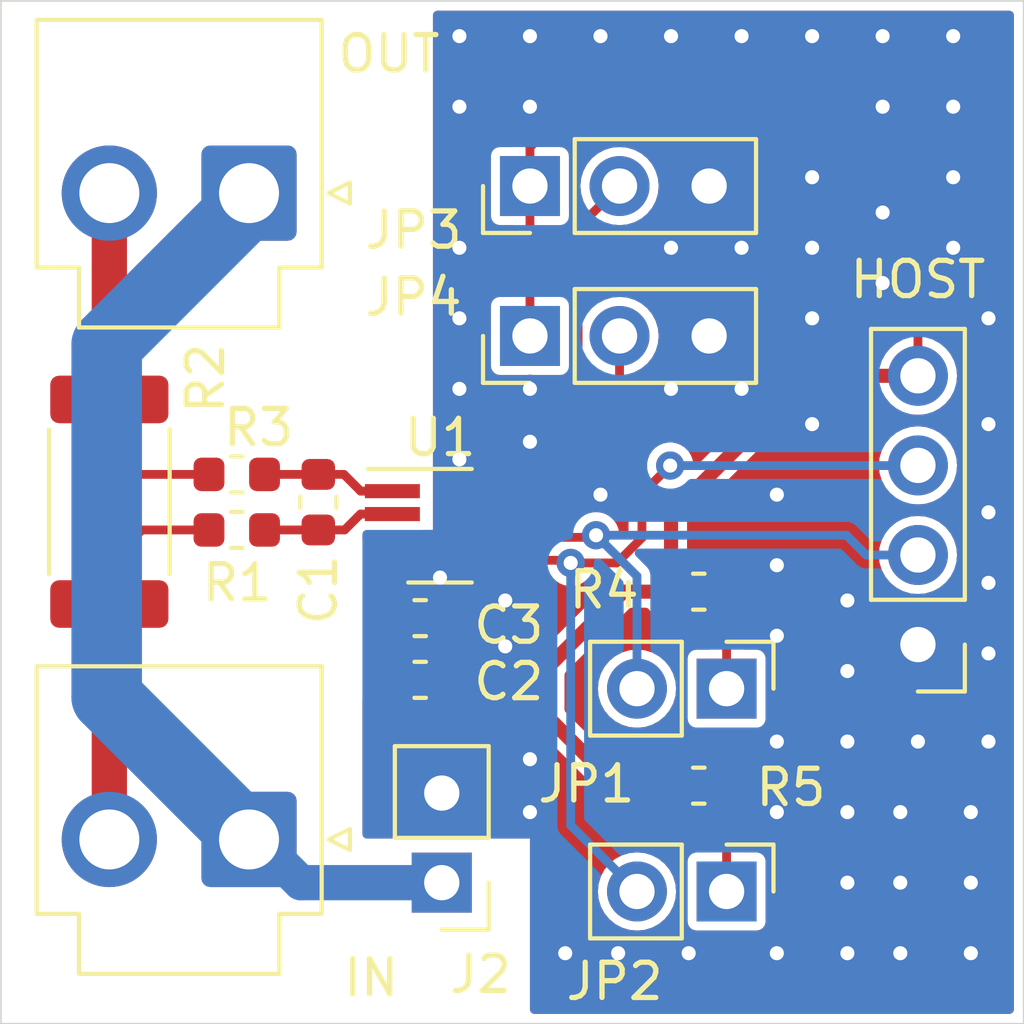
<source format=kicad_pcb>
(kicad_pcb (version 20171130) (host pcbnew "(5.1.2)-1")

  (general
    (thickness 1.6)
    (drawings 4)
    (tracks 135)
    (zones 0)
    (modules 17)
    (nets 14)
  )

  (page A4)
  (layers
    (0 F.Cu signal)
    (31 B.Cu signal)
    (32 B.Adhes user hide)
    (33 F.Adhes user)
    (34 B.Paste user hide)
    (35 F.Paste user hide)
    (36 B.SilkS user)
    (37 F.SilkS user)
    (38 B.Mask user)
    (39 F.Mask user)
    (40 Dwgs.User user)
    (41 Cmts.User user)
    (42 Eco1.User user)
    (43 Eco2.User user)
    (44 Edge.Cuts user)
    (45 Margin user)
    (46 B.CrtYd user)
    (47 F.CrtYd user)
    (48 B.Fab user)
    (49 F.Fab user hide)
  )

  (setup
    (last_trace_width 1)
    (user_trace_width 0.4)
    (user_trace_width 0.5)
    (user_trace_width 1)
    (user_trace_width 2)
    (trace_clearance 0.2)
    (zone_clearance 0.254)
    (zone_45_only no)
    (trace_min 0.2)
    (via_size 0.8)
    (via_drill 0.4)
    (via_min_size 0.4)
    (via_min_drill 0.3)
    (uvia_size 0.3)
    (uvia_drill 0.1)
    (uvias_allowed no)
    (uvia_min_size 0.2)
    (uvia_min_drill 0.1)
    (edge_width 0.05)
    (segment_width 0.2)
    (pcb_text_width 0.3)
    (pcb_text_size 1.5 1.5)
    (mod_edge_width 0.12)
    (mod_text_size 1 1)
    (mod_text_width 0.15)
    (pad_size 1.524 1.524)
    (pad_drill 0.762)
    (pad_to_mask_clearance 0.051)
    (solder_mask_min_width 0.25)
    (aux_axis_origin 0 0)
    (visible_elements FFFFFF7F)
    (pcbplotparams
      (layerselection 0x010fc_ffffffff)
      (usegerberextensions false)
      (usegerberattributes false)
      (usegerberadvancedattributes false)
      (creategerberjobfile false)
      (excludeedgelayer true)
      (linewidth 0.100000)
      (plotframeref false)
      (viasonmask false)
      (mode 1)
      (useauxorigin false)
      (hpglpennumber 1)
      (hpglpenspeed 20)
      (hpglpendiameter 15.000000)
      (psnegative false)
      (psa4output false)
      (plotreference true)
      (plotvalue true)
      (plotinvisibletext false)
      (padsonsilk false)
      (subtractmaskfromsilk false)
      (outputformat 1)
      (mirror false)
      (drillshape 1)
      (scaleselection 1)
      (outputdirectory ""))
  )

  (net 0 "")
  (net 1 "Net-(C1-Pad2)")
  (net 2 "Net-(C1-Pad1)")
  (net 3 GNDD)
  (net 4 VDD)
  (net 5 GNDA)
  (net 6 "Net-(J1-Pad2)")
  (net 7 "Net-(J3-Pad2)")
  (net 8 "Net-(J4-Pad2)")
  (net 9 "Net-(J4-Pad3)")
  (net 10 "Net-(JP1-Pad1)")
  (net 11 "Net-(JP2-Pad1)")
  (net 12 "Net-(JP3-Pad2)")
  (net 13 "Net-(JP4-Pad2)")

  (net_class Default "This is the default net class."
    (clearance 0.2)
    (trace_width 0.25)
    (via_dia 0.8)
    (via_drill 0.4)
    (uvia_dia 0.3)
    (uvia_drill 0.1)
    (add_net GNDA)
    (add_net GNDD)
    (add_net "Net-(C1-Pad1)")
    (add_net "Net-(C1-Pad2)")
    (add_net "Net-(J1-Pad2)")
    (add_net "Net-(J3-Pad2)")
    (add_net "Net-(J4-Pad2)")
    (add_net "Net-(J4-Pad3)")
    (add_net "Net-(JP1-Pad1)")
    (add_net "Net-(JP2-Pad1)")
    (add_net "Net-(JP3-Pad2)")
    (add_net "Net-(JP4-Pad2)")
    (add_net VDD)
  )

  (module Capacitor_SMD:C_0603_1608Metric (layer F.Cu) (tedit 5B301BBE) (tstamp 5DB734BC)
    (at 134 78.2125 270)
    (descr "Capacitor SMD 0603 (1608 Metric), square (rectangular) end terminal, IPC_7351 nominal, (Body size source: http://www.tortai-tech.com/upload/download/2011102023233369053.pdf), generated with kicad-footprint-generator")
    (tags capacitor)
    (path /5DB844EF)
    (attr smd)
    (fp_text reference C1 (at 2.4875 0 90) (layer F.SilkS)
      (effects (font (size 1 1) (thickness 0.15)))
    )
    (fp_text value 0.1uF (at 0 1.43 90) (layer F.Fab)
      (effects (font (size 1 1) (thickness 0.15)))
    )
    (fp_text user %R (at 0 0 90) (layer F.Fab)
      (effects (font (size 0.4 0.4) (thickness 0.06)))
    )
    (fp_line (start 1.48 0.73) (end -1.48 0.73) (layer F.CrtYd) (width 0.05))
    (fp_line (start 1.48 -0.73) (end 1.48 0.73) (layer F.CrtYd) (width 0.05))
    (fp_line (start -1.48 -0.73) (end 1.48 -0.73) (layer F.CrtYd) (width 0.05))
    (fp_line (start -1.48 0.73) (end -1.48 -0.73) (layer F.CrtYd) (width 0.05))
    (fp_line (start -0.162779 0.51) (end 0.162779 0.51) (layer F.SilkS) (width 0.12))
    (fp_line (start -0.162779 -0.51) (end 0.162779 -0.51) (layer F.SilkS) (width 0.12))
    (fp_line (start 0.8 0.4) (end -0.8 0.4) (layer F.Fab) (width 0.1))
    (fp_line (start 0.8 -0.4) (end 0.8 0.4) (layer F.Fab) (width 0.1))
    (fp_line (start -0.8 -0.4) (end 0.8 -0.4) (layer F.Fab) (width 0.1))
    (fp_line (start -0.8 0.4) (end -0.8 -0.4) (layer F.Fab) (width 0.1))
    (pad 2 smd roundrect (at 0.7875 0 270) (size 0.875 0.95) (layers F.Cu F.Paste F.Mask) (roundrect_rratio 0.25)
      (net 1 "Net-(C1-Pad2)"))
    (pad 1 smd roundrect (at -0.7875 0 270) (size 0.875 0.95) (layers F.Cu F.Paste F.Mask) (roundrect_rratio 0.25)
      (net 2 "Net-(C1-Pad1)"))
    (model ${KISYS3DMOD}/Capacitor_SMD.3dshapes/C_0603_1608Metric.wrl
      (at (xyz 0 0 0))
      (scale (xyz 1 1 1))
      (rotate (xyz 0 0 0))
    )
  )

  (module Capacitor_SMD:C_0603_1608Metric (layer F.Cu) (tedit 5B301BBE) (tstamp 5DB734CD)
    (at 136.8875 83.25 180)
    (descr "Capacitor SMD 0603 (1608 Metric), square (rectangular) end terminal, IPC_7351 nominal, (Body size source: http://www.tortai-tech.com/upload/download/2011102023233369053.pdf), generated with kicad-footprint-generator")
    (tags capacitor)
    (path /5DB6C888)
    (attr smd)
    (fp_text reference C2 (at -2.5125 -0.05) (layer F.SilkS)
      (effects (font (size 1 1) (thickness 0.15)))
    )
    (fp_text value 0.1uF (at 0 1.43) (layer F.Fab)
      (effects (font (size 1 1) (thickness 0.15)))
    )
    (fp_line (start -0.8 0.4) (end -0.8 -0.4) (layer F.Fab) (width 0.1))
    (fp_line (start -0.8 -0.4) (end 0.8 -0.4) (layer F.Fab) (width 0.1))
    (fp_line (start 0.8 -0.4) (end 0.8 0.4) (layer F.Fab) (width 0.1))
    (fp_line (start 0.8 0.4) (end -0.8 0.4) (layer F.Fab) (width 0.1))
    (fp_line (start -0.162779 -0.51) (end 0.162779 -0.51) (layer F.SilkS) (width 0.12))
    (fp_line (start -0.162779 0.51) (end 0.162779 0.51) (layer F.SilkS) (width 0.12))
    (fp_line (start -1.48 0.73) (end -1.48 -0.73) (layer F.CrtYd) (width 0.05))
    (fp_line (start -1.48 -0.73) (end 1.48 -0.73) (layer F.CrtYd) (width 0.05))
    (fp_line (start 1.48 -0.73) (end 1.48 0.73) (layer F.CrtYd) (width 0.05))
    (fp_line (start 1.48 0.73) (end -1.48 0.73) (layer F.CrtYd) (width 0.05))
    (fp_text user %R (at 0 0) (layer F.Fab)
      (effects (font (size 0.4 0.4) (thickness 0.06)))
    )
    (pad 1 smd roundrect (at -0.7875 0 180) (size 0.875 0.95) (layers F.Cu F.Paste F.Mask) (roundrect_rratio 0.25)
      (net 3 GNDD))
    (pad 2 smd roundrect (at 0.7875 0 180) (size 0.875 0.95) (layers F.Cu F.Paste F.Mask) (roundrect_rratio 0.25)
      (net 4 VDD))
    (model ${KISYS3DMOD}/Capacitor_SMD.3dshapes/C_0603_1608Metric.wrl
      (at (xyz 0 0 0))
      (scale (xyz 1 1 1))
      (rotate (xyz 0 0 0))
    )
  )

  (module Capacitor_SMD:C_0603_1608Metric (layer F.Cu) (tedit 5B301BBE) (tstamp 5DB734DE)
    (at 136.8875 81.5 180)
    (descr "Capacitor SMD 0603 (1608 Metric), square (rectangular) end terminal, IPC_7351 nominal, (Body size source: http://www.tortai-tech.com/upload/download/2011102023233369053.pdf), generated with kicad-footprint-generator")
    (tags capacitor)
    (path /5DBA5B22)
    (attr smd)
    (fp_text reference C3 (at -2.5125 -0.2) (layer F.SilkS)
      (effects (font (size 1 1) (thickness 0.15)))
    )
    (fp_text value 10nF (at 0 1.43) (layer F.Fab)
      (effects (font (size 1 1) (thickness 0.15)))
    )
    (fp_line (start -0.8 0.4) (end -0.8 -0.4) (layer F.Fab) (width 0.1))
    (fp_line (start -0.8 -0.4) (end 0.8 -0.4) (layer F.Fab) (width 0.1))
    (fp_line (start 0.8 -0.4) (end 0.8 0.4) (layer F.Fab) (width 0.1))
    (fp_line (start 0.8 0.4) (end -0.8 0.4) (layer F.Fab) (width 0.1))
    (fp_line (start -0.162779 -0.51) (end 0.162779 -0.51) (layer F.SilkS) (width 0.12))
    (fp_line (start -0.162779 0.51) (end 0.162779 0.51) (layer F.SilkS) (width 0.12))
    (fp_line (start -1.48 0.73) (end -1.48 -0.73) (layer F.CrtYd) (width 0.05))
    (fp_line (start -1.48 -0.73) (end 1.48 -0.73) (layer F.CrtYd) (width 0.05))
    (fp_line (start 1.48 -0.73) (end 1.48 0.73) (layer F.CrtYd) (width 0.05))
    (fp_line (start 1.48 0.73) (end -1.48 0.73) (layer F.CrtYd) (width 0.05))
    (fp_text user %R (at 0 0) (layer F.Fab)
      (effects (font (size 0.4 0.4) (thickness 0.06)))
    )
    (pad 1 smd roundrect (at -0.7875 0 180) (size 0.875 0.95) (layers F.Cu F.Paste F.Mask) (roundrect_rratio 0.25)
      (net 3 GNDD))
    (pad 2 smd roundrect (at 0.7875 0 180) (size 0.875 0.95) (layers F.Cu F.Paste F.Mask) (roundrect_rratio 0.25)
      (net 4 VDD))
    (model ${KISYS3DMOD}/Capacitor_SMD.3dshapes/C_0603_1608Metric.wrl
      (at (xyz 0 0 0))
      (scale (xyz 1 1 1))
      (rotate (xyz 0 0 0))
    )
  )

  (module Connector_JST:JST_VH_B2P-VH_1x02_P3.96mm_Vertical (layer F.Cu) (tedit 5B774DBC) (tstamp 5DB734FD)
    (at 132.035 87.775 180)
    (descr "JST VH series connector, B2P-VH (http://www.jst-mfg.com/product/pdf/eng/eVH.pdf), generated with kicad-footprint-generator")
    (tags "connector JST VH side entry")
    (path /5DB916B1)
    (fp_text reference J1 (at 1.98 -4.9) (layer F.Fab)
      (effects (font (size 1 1) (thickness 0.15)))
    )
    (fp_text value IN (at -3.465 -3.925) (layer F.SilkS)
      (effects (font (size 1 1) (thickness 0.15)))
    )
    (fp_line (start -1.95 -2) (end -1.95 4.8) (layer F.Fab) (width 0.1))
    (fp_line (start -1.95 4.8) (end 5.91 4.8) (layer F.Fab) (width 0.1))
    (fp_line (start 5.91 4.8) (end 5.91 -2) (layer F.Fab) (width 0.1))
    (fp_line (start 5.91 -2) (end -1.95 -2) (layer F.Fab) (width 0.1))
    (fp_line (start -0.75 -2) (end -0.75 -3.7) (layer F.Fab) (width 0.1))
    (fp_line (start -0.75 -3.7) (end 4.71 -3.7) (layer F.Fab) (width 0.1))
    (fp_line (start 4.71 -3.7) (end 4.71 -2) (layer F.Fab) (width 0.1))
    (fp_line (start -1.95 -1) (end -0.95 0) (layer F.Fab) (width 0.1))
    (fp_line (start -1.95 1) (end -0.95 0) (layer F.Fab) (width 0.1))
    (fp_line (start -2.45 -4.2) (end -2.45 5.3) (layer F.CrtYd) (width 0.05))
    (fp_line (start -2.45 5.3) (end 6.41 5.3) (layer F.CrtYd) (width 0.05))
    (fp_line (start 6.41 5.3) (end 6.41 -4.2) (layer F.CrtYd) (width 0.05))
    (fp_line (start 6.41 -4.2) (end -2.45 -4.2) (layer F.CrtYd) (width 0.05))
    (fp_line (start -2.06 4.91) (end -2.06 -2.11) (layer F.SilkS) (width 0.12))
    (fp_line (start -2.06 -2.11) (end -0.86 -2.11) (layer F.SilkS) (width 0.12))
    (fp_line (start -0.86 -2.11) (end -0.86 -3.81) (layer F.SilkS) (width 0.12))
    (fp_line (start -0.86 -3.81) (end 4.82 -3.81) (layer F.SilkS) (width 0.12))
    (fp_line (start 4.82 -3.81) (end 4.82 -2.11) (layer F.SilkS) (width 0.12))
    (fp_line (start 4.82 -2.11) (end 6.02 -2.11) (layer F.SilkS) (width 0.12))
    (fp_line (start 6.02 -2.11) (end 6.02 4.91) (layer F.SilkS) (width 0.12))
    (fp_line (start 6.02 4.91) (end -2.06 4.91) (layer F.SilkS) (width 0.12))
    (fp_line (start -2.26 0) (end -2.86 0.3) (layer F.SilkS) (width 0.12))
    (fp_line (start -2.86 0.3) (end -2.86 -0.3) (layer F.SilkS) (width 0.12))
    (fp_line (start -2.86 -0.3) (end -2.26 0) (layer F.SilkS) (width 0.12))
    (fp_text user %R (at 1.98 4.1) (layer F.Fab)
      (effects (font (size 1 1) (thickness 0.15)))
    )
    (pad 1 thru_hole roundrect (at 0 0 180) (size 2.7 2.7) (drill 1.7) (layers *.Cu *.Mask) (roundrect_rratio 0.09259299999999999)
      (net 5 GNDA))
    (pad 2 thru_hole circle (at 3.96 0 180) (size 2.7 2.7) (drill 1.7) (layers *.Cu *.Mask)
      (net 6 "Net-(J1-Pad2)"))
    (model ${KISYS3DMOD}/Connector_JST.3dshapes/JST_VH_B2P-VH_1x02_P3.96mm_Vertical.wrl
      (at (xyz 0 0 0))
      (scale (xyz 1 1 1))
      (rotate (xyz 0 0 0))
    )
  )

  (module Connector_PinHeader_2.54mm:PinHeader_1x02_P2.54mm_Vertical (layer F.Cu) (tedit 59FED5CC) (tstamp 5DB73513)
    (at 137.5 89 180)
    (descr "Through hole straight pin header, 1x02, 2.54mm pitch, single row")
    (tags "Through hole pin header THT 1x02 2.54mm single row")
    (path /5DB997B1)
    (fp_text reference J2 (at -1.1 -2.6) (layer F.SilkS)
      (effects (font (size 1 1) (thickness 0.15)))
    )
    (fp_text value GND (at 0 4.87) (layer F.Fab)
      (effects (font (size 1 1) (thickness 0.15)))
    )
    (fp_line (start -0.635 -1.27) (end 1.27 -1.27) (layer F.Fab) (width 0.1))
    (fp_line (start 1.27 -1.27) (end 1.27 3.81) (layer F.Fab) (width 0.1))
    (fp_line (start 1.27 3.81) (end -1.27 3.81) (layer F.Fab) (width 0.1))
    (fp_line (start -1.27 3.81) (end -1.27 -0.635) (layer F.Fab) (width 0.1))
    (fp_line (start -1.27 -0.635) (end -0.635 -1.27) (layer F.Fab) (width 0.1))
    (fp_line (start -1.33 3.87) (end 1.33 3.87) (layer F.SilkS) (width 0.12))
    (fp_line (start -1.33 1.27) (end -1.33 3.87) (layer F.SilkS) (width 0.12))
    (fp_line (start 1.33 1.27) (end 1.33 3.87) (layer F.SilkS) (width 0.12))
    (fp_line (start -1.33 1.27) (end 1.33 1.27) (layer F.SilkS) (width 0.12))
    (fp_line (start -1.33 0) (end -1.33 -1.33) (layer F.SilkS) (width 0.12))
    (fp_line (start -1.33 -1.33) (end 0 -1.33) (layer F.SilkS) (width 0.12))
    (fp_line (start -1.8 -1.8) (end -1.8 4.35) (layer F.CrtYd) (width 0.05))
    (fp_line (start -1.8 4.35) (end 1.8 4.35) (layer F.CrtYd) (width 0.05))
    (fp_line (start 1.8 4.35) (end 1.8 -1.8) (layer F.CrtYd) (width 0.05))
    (fp_line (start 1.8 -1.8) (end -1.8 -1.8) (layer F.CrtYd) (width 0.05))
    (fp_text user %R (at 0 1.27 90) (layer F.Fab)
      (effects (font (size 1 1) (thickness 0.15)))
    )
    (pad 1 thru_hole rect (at 0 0 180) (size 1.7 1.7) (drill 1) (layers *.Cu *.Mask)
      (net 5 GNDA))
    (pad 2 thru_hole oval (at 0 2.54 180) (size 1.7 1.7) (drill 1) (layers *.Cu *.Mask)
      (net 3 GNDD))
    (model ${KISYS3DMOD}/Connector_PinHeader_2.54mm.3dshapes/PinHeader_1x02_P2.54mm_Vertical.wrl
      (at (xyz 0 0 0))
      (scale (xyz 1 1 1))
      (rotate (xyz 0 0 0))
    )
  )

  (module Connector_JST:JST_VH_B2P-VH_1x02_P3.96mm_Vertical (layer F.Cu) (tedit 5B774DBC) (tstamp 5DB73532)
    (at 132.035 69.45 180)
    (descr "JST VH series connector, B2P-VH (http://www.jst-mfg.com/product/pdf/eng/eVH.pdf), generated with kicad-footprint-generator")
    (tags "connector JST VH side entry")
    (path /5DB9256D)
    (fp_text reference J3 (at 1.98 -4.9) (layer F.Fab)
      (effects (font (size 1 1) (thickness 0.15)))
    )
    (fp_text value OUT (at -3.965 3.95) (layer F.SilkS)
      (effects (font (size 1 1) (thickness 0.15)))
    )
    (fp_text user %R (at 1.98 4.1) (layer F.Fab)
      (effects (font (size 1 1) (thickness 0.15)))
    )
    (fp_line (start -2.86 -0.3) (end -2.26 0) (layer F.SilkS) (width 0.12))
    (fp_line (start -2.86 0.3) (end -2.86 -0.3) (layer F.SilkS) (width 0.12))
    (fp_line (start -2.26 0) (end -2.86 0.3) (layer F.SilkS) (width 0.12))
    (fp_line (start 6.02 4.91) (end -2.06 4.91) (layer F.SilkS) (width 0.12))
    (fp_line (start 6.02 -2.11) (end 6.02 4.91) (layer F.SilkS) (width 0.12))
    (fp_line (start 4.82 -2.11) (end 6.02 -2.11) (layer F.SilkS) (width 0.12))
    (fp_line (start 4.82 -3.81) (end 4.82 -2.11) (layer F.SilkS) (width 0.12))
    (fp_line (start -0.86 -3.81) (end 4.82 -3.81) (layer F.SilkS) (width 0.12))
    (fp_line (start -0.86 -2.11) (end -0.86 -3.81) (layer F.SilkS) (width 0.12))
    (fp_line (start -2.06 -2.11) (end -0.86 -2.11) (layer F.SilkS) (width 0.12))
    (fp_line (start -2.06 4.91) (end -2.06 -2.11) (layer F.SilkS) (width 0.12))
    (fp_line (start 6.41 -4.2) (end -2.45 -4.2) (layer F.CrtYd) (width 0.05))
    (fp_line (start 6.41 5.3) (end 6.41 -4.2) (layer F.CrtYd) (width 0.05))
    (fp_line (start -2.45 5.3) (end 6.41 5.3) (layer F.CrtYd) (width 0.05))
    (fp_line (start -2.45 -4.2) (end -2.45 5.3) (layer F.CrtYd) (width 0.05))
    (fp_line (start -1.95 1) (end -0.95 0) (layer F.Fab) (width 0.1))
    (fp_line (start -1.95 -1) (end -0.95 0) (layer F.Fab) (width 0.1))
    (fp_line (start 4.71 -3.7) (end 4.71 -2) (layer F.Fab) (width 0.1))
    (fp_line (start -0.75 -3.7) (end 4.71 -3.7) (layer F.Fab) (width 0.1))
    (fp_line (start -0.75 -2) (end -0.75 -3.7) (layer F.Fab) (width 0.1))
    (fp_line (start 5.91 -2) (end -1.95 -2) (layer F.Fab) (width 0.1))
    (fp_line (start 5.91 4.8) (end 5.91 -2) (layer F.Fab) (width 0.1))
    (fp_line (start -1.95 4.8) (end 5.91 4.8) (layer F.Fab) (width 0.1))
    (fp_line (start -1.95 -2) (end -1.95 4.8) (layer F.Fab) (width 0.1))
    (pad 2 thru_hole circle (at 3.96 0 180) (size 2.7 2.7) (drill 1.7) (layers *.Cu *.Mask)
      (net 7 "Net-(J3-Pad2)"))
    (pad 1 thru_hole roundrect (at 0 0 180) (size 2.7 2.7) (drill 1.7) (layers *.Cu *.Mask) (roundrect_rratio 0.09259299999999999)
      (net 5 GNDA))
    (model ${KISYS3DMOD}/Connector_JST.3dshapes/JST_VH_B2P-VH_1x02_P3.96mm_Vertical.wrl
      (at (xyz 0 0 0))
      (scale (xyz 1 1 1))
      (rotate (xyz 0 0 0))
    )
  )

  (module Connector_PinHeader_2.54mm:PinHeader_1x04_P2.54mm_Vertical (layer F.Cu) (tedit 59FED5CC) (tstamp 5DB7354A)
    (at 151 82.25 180)
    (descr "Through hole straight pin header, 1x04, 2.54mm pitch, single row")
    (tags "Through hole pin header THT 1x04 2.54mm single row")
    (path /5DB7ED8D)
    (fp_text reference J4 (at 0 -2.33) (layer F.Fab)
      (effects (font (size 1 1) (thickness 0.15)))
    )
    (fp_text value HOST (at 0 10.35) (layer F.SilkS)
      (effects (font (size 1 1) (thickness 0.15)))
    )
    (fp_line (start -0.635 -1.27) (end 1.27 -1.27) (layer F.Fab) (width 0.1))
    (fp_line (start 1.27 -1.27) (end 1.27 8.89) (layer F.Fab) (width 0.1))
    (fp_line (start 1.27 8.89) (end -1.27 8.89) (layer F.Fab) (width 0.1))
    (fp_line (start -1.27 8.89) (end -1.27 -0.635) (layer F.Fab) (width 0.1))
    (fp_line (start -1.27 -0.635) (end -0.635 -1.27) (layer F.Fab) (width 0.1))
    (fp_line (start -1.33 8.95) (end 1.33 8.95) (layer F.SilkS) (width 0.12))
    (fp_line (start -1.33 1.27) (end -1.33 8.95) (layer F.SilkS) (width 0.12))
    (fp_line (start 1.33 1.27) (end 1.33 8.95) (layer F.SilkS) (width 0.12))
    (fp_line (start -1.33 1.27) (end 1.33 1.27) (layer F.SilkS) (width 0.12))
    (fp_line (start -1.33 0) (end -1.33 -1.33) (layer F.SilkS) (width 0.12))
    (fp_line (start -1.33 -1.33) (end 0 -1.33) (layer F.SilkS) (width 0.12))
    (fp_line (start -1.8 -1.8) (end -1.8 9.4) (layer F.CrtYd) (width 0.05))
    (fp_line (start -1.8 9.4) (end 1.8 9.4) (layer F.CrtYd) (width 0.05))
    (fp_line (start 1.8 9.4) (end 1.8 -1.8) (layer F.CrtYd) (width 0.05))
    (fp_line (start 1.8 -1.8) (end -1.8 -1.8) (layer F.CrtYd) (width 0.05))
    (fp_text user %R (at 0 3.81 90) (layer F.Fab)
      (effects (font (size 1 1) (thickness 0.15)))
    )
    (pad 1 thru_hole rect (at 0 0 180) (size 1.7 1.7) (drill 1) (layers *.Cu *.Mask)
      (net 3 GNDD))
    (pad 2 thru_hole oval (at 0 2.54 180) (size 1.7 1.7) (drill 1) (layers *.Cu *.Mask)
      (net 8 "Net-(J4-Pad2)"))
    (pad 3 thru_hole oval (at 0 5.08 180) (size 1.7 1.7) (drill 1) (layers *.Cu *.Mask)
      (net 9 "Net-(J4-Pad3)"))
    (pad 4 thru_hole oval (at 0 7.62 180) (size 1.7 1.7) (drill 1) (layers *.Cu *.Mask)
      (net 4 VDD))
    (model ${KISYS3DMOD}/Connector_PinHeader_2.54mm.3dshapes/PinHeader_1x04_P2.54mm_Vertical.wrl
      (at (xyz 0 0 0))
      (scale (xyz 1 1 1))
      (rotate (xyz 0 0 0))
    )
  )

  (module Connector_PinHeader_2.54mm:PinHeader_1x02_P2.54mm_Vertical (layer F.Cu) (tedit 59FED5CC) (tstamp 5DB748BB)
    (at 145.575 83.5 270)
    (descr "Through hole straight pin header, 1x02, 2.54mm pitch, single row")
    (tags "Through hole pin header THT 1x02 2.54mm single row")
    (path /5DB728D4)
    (fp_text reference JP1 (at 2.7 3.975 180) (layer F.SilkS)
      (effects (font (size 1 1) (thickness 0.15)))
    )
    (fp_text value SDA_PU (at 0 4.87 90) (layer F.Fab)
      (effects (font (size 1 1) (thickness 0.15)))
    )
    (fp_text user %R (at 0 1.27) (layer F.Fab)
      (effects (font (size 1 1) (thickness 0.15)))
    )
    (fp_line (start 1.8 -1.8) (end -1.8 -1.8) (layer F.CrtYd) (width 0.05))
    (fp_line (start 1.8 4.35) (end 1.8 -1.8) (layer F.CrtYd) (width 0.05))
    (fp_line (start -1.8 4.35) (end 1.8 4.35) (layer F.CrtYd) (width 0.05))
    (fp_line (start -1.8 -1.8) (end -1.8 4.35) (layer F.CrtYd) (width 0.05))
    (fp_line (start -1.33 -1.33) (end 0 -1.33) (layer F.SilkS) (width 0.12))
    (fp_line (start -1.33 0) (end -1.33 -1.33) (layer F.SilkS) (width 0.12))
    (fp_line (start -1.33 1.27) (end 1.33 1.27) (layer F.SilkS) (width 0.12))
    (fp_line (start 1.33 1.27) (end 1.33 3.87) (layer F.SilkS) (width 0.12))
    (fp_line (start -1.33 1.27) (end -1.33 3.87) (layer F.SilkS) (width 0.12))
    (fp_line (start -1.33 3.87) (end 1.33 3.87) (layer F.SilkS) (width 0.12))
    (fp_line (start -1.27 -0.635) (end -0.635 -1.27) (layer F.Fab) (width 0.1))
    (fp_line (start -1.27 3.81) (end -1.27 -0.635) (layer F.Fab) (width 0.1))
    (fp_line (start 1.27 3.81) (end -1.27 3.81) (layer F.Fab) (width 0.1))
    (fp_line (start 1.27 -1.27) (end 1.27 3.81) (layer F.Fab) (width 0.1))
    (fp_line (start -0.635 -1.27) (end 1.27 -1.27) (layer F.Fab) (width 0.1))
    (pad 2 thru_hole oval (at 0 2.54 270) (size 1.7 1.7) (drill 1) (layers *.Cu *.Mask)
      (net 8 "Net-(J4-Pad2)"))
    (pad 1 thru_hole rect (at 0 0 270) (size 1.7 1.7) (drill 1) (layers *.Cu *.Mask)
      (net 10 "Net-(JP1-Pad1)"))
    (model ${KISYS3DMOD}/Connector_PinHeader_2.54mm.3dshapes/PinHeader_1x02_P2.54mm_Vertical.wrl
      (at (xyz 0 0 0))
      (scale (xyz 1 1 1))
      (rotate (xyz 0 0 0))
    )
  )

  (module Connector_PinHeader_2.54mm:PinHeader_1x02_P2.54mm_Vertical (layer F.Cu) (tedit 59FED5CC) (tstamp 5DB74226)
    (at 145.575 89.25 270)
    (descr "Through hole straight pin header, 1x02, 2.54mm pitch, single row")
    (tags "Through hole pin header THT 1x02 2.54mm single row")
    (path /5DB73DA0)
    (fp_text reference JP2 (at 2.55 3.175 180) (layer F.SilkS)
      (effects (font (size 1 1) (thickness 0.15)))
    )
    (fp_text value SCL_PU (at 0 4.87 90) (layer F.Fab)
      (effects (font (size 1 1) (thickness 0.15)))
    )
    (fp_line (start -0.635 -1.27) (end 1.27 -1.27) (layer F.Fab) (width 0.1))
    (fp_line (start 1.27 -1.27) (end 1.27 3.81) (layer F.Fab) (width 0.1))
    (fp_line (start 1.27 3.81) (end -1.27 3.81) (layer F.Fab) (width 0.1))
    (fp_line (start -1.27 3.81) (end -1.27 -0.635) (layer F.Fab) (width 0.1))
    (fp_line (start -1.27 -0.635) (end -0.635 -1.27) (layer F.Fab) (width 0.1))
    (fp_line (start -1.33 3.87) (end 1.33 3.87) (layer F.SilkS) (width 0.12))
    (fp_line (start -1.33 1.27) (end -1.33 3.87) (layer F.SilkS) (width 0.12))
    (fp_line (start 1.33 1.27) (end 1.33 3.87) (layer F.SilkS) (width 0.12))
    (fp_line (start -1.33 1.27) (end 1.33 1.27) (layer F.SilkS) (width 0.12))
    (fp_line (start -1.33 0) (end -1.33 -1.33) (layer F.SilkS) (width 0.12))
    (fp_line (start -1.33 -1.33) (end 0 -1.33) (layer F.SilkS) (width 0.12))
    (fp_line (start -1.8 -1.8) (end -1.8 4.35) (layer F.CrtYd) (width 0.05))
    (fp_line (start -1.8 4.35) (end 1.8 4.35) (layer F.CrtYd) (width 0.05))
    (fp_line (start 1.8 4.35) (end 1.8 -1.8) (layer F.CrtYd) (width 0.05))
    (fp_line (start 1.8 -1.8) (end -1.8 -1.8) (layer F.CrtYd) (width 0.05))
    (fp_text user %R (at 0 1.27) (layer F.Fab)
      (effects (font (size 1 1) (thickness 0.15)))
    )
    (pad 1 thru_hole rect (at 0 0 270) (size 1.7 1.7) (drill 1) (layers *.Cu *.Mask)
      (net 11 "Net-(JP2-Pad1)"))
    (pad 2 thru_hole oval (at 0 2.54 270) (size 1.7 1.7) (drill 1) (layers *.Cu *.Mask)
      (net 9 "Net-(J4-Pad3)"))
    (model ${KISYS3DMOD}/Connector_PinHeader_2.54mm.3dshapes/PinHeader_1x02_P2.54mm_Vertical.wrl
      (at (xyz 0 0 0))
      (scale (xyz 1 1 1))
      (rotate (xyz 0 0 0))
    )
  )

  (module Connector_PinHeader_2.54mm:PinHeader_1x03_P2.54mm_Vertical (layer F.Cu) (tedit 59FED5CC) (tstamp 5DB7358D)
    (at 140 69.25 90)
    (descr "Through hole straight pin header, 1x03, 2.54mm pitch, single row")
    (tags "Through hole pin header THT 1x03 2.54mm single row")
    (path /5DB75DF2)
    (fp_text reference JP3 (at -1.25 -3.3 180) (layer F.SilkS)
      (effects (font (size 1 1) (thickness 0.15)))
    )
    (fp_text value SEL1 (at 0 7.41 90) (layer F.Fab)
      (effects (font (size 1 1) (thickness 0.15)))
    )
    (fp_text user %R (at 0 2.54) (layer F.Fab)
      (effects (font (size 1 1) (thickness 0.15)))
    )
    (fp_line (start 1.8 -1.8) (end -1.8 -1.8) (layer F.CrtYd) (width 0.05))
    (fp_line (start 1.8 6.85) (end 1.8 -1.8) (layer F.CrtYd) (width 0.05))
    (fp_line (start -1.8 6.85) (end 1.8 6.85) (layer F.CrtYd) (width 0.05))
    (fp_line (start -1.8 -1.8) (end -1.8 6.85) (layer F.CrtYd) (width 0.05))
    (fp_line (start -1.33 -1.33) (end 0 -1.33) (layer F.SilkS) (width 0.12))
    (fp_line (start -1.33 0) (end -1.33 -1.33) (layer F.SilkS) (width 0.12))
    (fp_line (start -1.33 1.27) (end 1.33 1.27) (layer F.SilkS) (width 0.12))
    (fp_line (start 1.33 1.27) (end 1.33 6.41) (layer F.SilkS) (width 0.12))
    (fp_line (start -1.33 1.27) (end -1.33 6.41) (layer F.SilkS) (width 0.12))
    (fp_line (start -1.33 6.41) (end 1.33 6.41) (layer F.SilkS) (width 0.12))
    (fp_line (start -1.27 -0.635) (end -0.635 -1.27) (layer F.Fab) (width 0.1))
    (fp_line (start -1.27 6.35) (end -1.27 -0.635) (layer F.Fab) (width 0.1))
    (fp_line (start 1.27 6.35) (end -1.27 6.35) (layer F.Fab) (width 0.1))
    (fp_line (start 1.27 -1.27) (end 1.27 6.35) (layer F.Fab) (width 0.1))
    (fp_line (start -0.635 -1.27) (end 1.27 -1.27) (layer F.Fab) (width 0.1))
    (pad 3 thru_hole oval (at 0 5.08 90) (size 1.7 1.7) (drill 1) (layers *.Cu *.Mask)
      (net 3 GNDD))
    (pad 2 thru_hole oval (at 0 2.54 90) (size 1.7 1.7) (drill 1) (layers *.Cu *.Mask)
      (net 12 "Net-(JP3-Pad2)"))
    (pad 1 thru_hole rect (at 0 0 90) (size 1.7 1.7) (drill 1) (layers *.Cu *.Mask)
      (net 4 VDD))
    (model ${KISYS3DMOD}/Connector_PinHeader_2.54mm.3dshapes/PinHeader_1x03_P2.54mm_Vertical.wrl
      (at (xyz 0 0 0))
      (scale (xyz 1 1 1))
      (rotate (xyz 0 0 0))
    )
  )

  (module Connector_PinHeader_2.54mm:PinHeader_1x03_P2.54mm_Vertical (layer F.Cu) (tedit 59FED5CC) (tstamp 5DB735A4)
    (at 140 73.5 90)
    (descr "Through hole straight pin header, 1x03, 2.54mm pitch, single row")
    (tags "Through hole pin header THT 1x03 2.54mm single row")
    (path /5DB78A12)
    (fp_text reference JP4 (at 1.1 -3.3 180) (layer F.SilkS)
      (effects (font (size 1 1) (thickness 0.15)))
    )
    (fp_text value SEL0 (at 0 7.41 90) (layer F.Fab)
      (effects (font (size 1 1) (thickness 0.15)))
    )
    (fp_line (start -0.635 -1.27) (end 1.27 -1.27) (layer F.Fab) (width 0.1))
    (fp_line (start 1.27 -1.27) (end 1.27 6.35) (layer F.Fab) (width 0.1))
    (fp_line (start 1.27 6.35) (end -1.27 6.35) (layer F.Fab) (width 0.1))
    (fp_line (start -1.27 6.35) (end -1.27 -0.635) (layer F.Fab) (width 0.1))
    (fp_line (start -1.27 -0.635) (end -0.635 -1.27) (layer F.Fab) (width 0.1))
    (fp_line (start -1.33 6.41) (end 1.33 6.41) (layer F.SilkS) (width 0.12))
    (fp_line (start -1.33 1.27) (end -1.33 6.41) (layer F.SilkS) (width 0.12))
    (fp_line (start 1.33 1.27) (end 1.33 6.41) (layer F.SilkS) (width 0.12))
    (fp_line (start -1.33 1.27) (end 1.33 1.27) (layer F.SilkS) (width 0.12))
    (fp_line (start -1.33 0) (end -1.33 -1.33) (layer F.SilkS) (width 0.12))
    (fp_line (start -1.33 -1.33) (end 0 -1.33) (layer F.SilkS) (width 0.12))
    (fp_line (start -1.8 -1.8) (end -1.8 6.85) (layer F.CrtYd) (width 0.05))
    (fp_line (start -1.8 6.85) (end 1.8 6.85) (layer F.CrtYd) (width 0.05))
    (fp_line (start 1.8 6.85) (end 1.8 -1.8) (layer F.CrtYd) (width 0.05))
    (fp_line (start 1.8 -1.8) (end -1.8 -1.8) (layer F.CrtYd) (width 0.05))
    (fp_text user %R (at 0 2.54) (layer F.Fab)
      (effects (font (size 1 1) (thickness 0.15)))
    )
    (pad 1 thru_hole rect (at 0 0 90) (size 1.7 1.7) (drill 1) (layers *.Cu *.Mask)
      (net 4 VDD))
    (pad 2 thru_hole oval (at 0 2.54 90) (size 1.7 1.7) (drill 1) (layers *.Cu *.Mask)
      (net 13 "Net-(JP4-Pad2)"))
    (pad 3 thru_hole oval (at 0 5.08 90) (size 1.7 1.7) (drill 1) (layers *.Cu *.Mask)
      (net 3 GNDD))
    (model ${KISYS3DMOD}/Connector_PinHeader_2.54mm.3dshapes/PinHeader_1x03_P2.54mm_Vertical.wrl
      (at (xyz 0 0 0))
      (scale (xyz 1 1 1))
      (rotate (xyz 0 0 0))
    )
  )

  (module Resistor_SMD:R_0603_1608Metric (layer F.Cu) (tedit 5B301BBD) (tstamp 5DB735B5)
    (at 131.6875 79 180)
    (descr "Resistor SMD 0603 (1608 Metric), square (rectangular) end terminal, IPC_7351 nominal, (Body size source: http://www.tortai-tech.com/upload/download/2011102023233369053.pdf), generated with kicad-footprint-generator")
    (tags resistor)
    (path /5DB840FA)
    (attr smd)
    (fp_text reference R1 (at -0.0125 -1.5) (layer F.SilkS)
      (effects (font (size 1 1) (thickness 0.15)))
    )
    (fp_text value 10 (at 0 1.43) (layer F.Fab)
      (effects (font (size 1 1) (thickness 0.15)))
    )
    (fp_line (start -0.8 0.4) (end -0.8 -0.4) (layer F.Fab) (width 0.1))
    (fp_line (start -0.8 -0.4) (end 0.8 -0.4) (layer F.Fab) (width 0.1))
    (fp_line (start 0.8 -0.4) (end 0.8 0.4) (layer F.Fab) (width 0.1))
    (fp_line (start 0.8 0.4) (end -0.8 0.4) (layer F.Fab) (width 0.1))
    (fp_line (start -0.162779 -0.51) (end 0.162779 -0.51) (layer F.SilkS) (width 0.12))
    (fp_line (start -0.162779 0.51) (end 0.162779 0.51) (layer F.SilkS) (width 0.12))
    (fp_line (start -1.48 0.73) (end -1.48 -0.73) (layer F.CrtYd) (width 0.05))
    (fp_line (start -1.48 -0.73) (end 1.48 -0.73) (layer F.CrtYd) (width 0.05))
    (fp_line (start 1.48 -0.73) (end 1.48 0.73) (layer F.CrtYd) (width 0.05))
    (fp_line (start 1.48 0.73) (end -1.48 0.73) (layer F.CrtYd) (width 0.05))
    (fp_text user %R (at 0 0) (layer F.Fab)
      (effects (font (size 0.4 0.4) (thickness 0.06)))
    )
    (pad 1 smd roundrect (at -0.7875 0 180) (size 0.875 0.95) (layers F.Cu F.Paste F.Mask) (roundrect_rratio 0.25)
      (net 1 "Net-(C1-Pad2)"))
    (pad 2 smd roundrect (at 0.7875 0 180) (size 0.875 0.95) (layers F.Cu F.Paste F.Mask) (roundrect_rratio 0.25)
      (net 6 "Net-(J1-Pad2)"))
    (model ${KISYS3DMOD}/Resistor_SMD.3dshapes/R_0603_1608Metric.wrl
      (at (xyz 0 0 0))
      (scale (xyz 1 1 1))
      (rotate (xyz 0 0 0))
    )
  )

  (module Resistor_SMD:R_2512_6332Metric (layer F.Cu) (tedit 5B301BBD) (tstamp 5DB735C6)
    (at 128.075 78.2 270)
    (descr "Resistor SMD 2512 (6332 Metric), square (rectangular) end terminal, IPC_7351 nominal, (Body size source: http://www.tortai-tech.com/upload/download/2011102023233369053.pdf), generated with kicad-footprint-generator")
    (tags resistor)
    (path /5DB6B768)
    (attr smd)
    (fp_text reference R2 (at -3.5 -2.725 90) (layer F.SilkS)
      (effects (font (size 1 1) (thickness 0.15)))
    )
    (fp_text value TBD (at 0 2.62 90) (layer F.Fab)
      (effects (font (size 1 1) (thickness 0.15)))
    )
    (fp_line (start -3.15 1.6) (end -3.15 -1.6) (layer F.Fab) (width 0.1))
    (fp_line (start -3.15 -1.6) (end 3.15 -1.6) (layer F.Fab) (width 0.1))
    (fp_line (start 3.15 -1.6) (end 3.15 1.6) (layer F.Fab) (width 0.1))
    (fp_line (start 3.15 1.6) (end -3.15 1.6) (layer F.Fab) (width 0.1))
    (fp_line (start -2.052064 -1.71) (end 2.052064 -1.71) (layer F.SilkS) (width 0.12))
    (fp_line (start -2.052064 1.71) (end 2.052064 1.71) (layer F.SilkS) (width 0.12))
    (fp_line (start -3.82 1.92) (end -3.82 -1.92) (layer F.CrtYd) (width 0.05))
    (fp_line (start -3.82 -1.92) (end 3.82 -1.92) (layer F.CrtYd) (width 0.05))
    (fp_line (start 3.82 -1.92) (end 3.82 1.92) (layer F.CrtYd) (width 0.05))
    (fp_line (start 3.82 1.92) (end -3.82 1.92) (layer F.CrtYd) (width 0.05))
    (fp_text user %R (at 0 0 90) (layer F.Fab)
      (effects (font (size 1 1) (thickness 0.15)))
    )
    (pad 1 smd roundrect (at -2.9 0 270) (size 1.35 3.35) (layers F.Cu F.Paste F.Mask) (roundrect_rratio 0.185185)
      (net 7 "Net-(J3-Pad2)"))
    (pad 2 smd roundrect (at 2.9 0 270) (size 1.35 3.35) (layers F.Cu F.Paste F.Mask) (roundrect_rratio 0.185185)
      (net 6 "Net-(J1-Pad2)"))
    (model ${KISYS3DMOD}/Resistor_SMD.3dshapes/R_2512_6332Metric.wrl
      (at (xyz 0 0 0))
      (scale (xyz 1 1 1))
      (rotate (xyz 0 0 0))
    )
  )

  (module Resistor_SMD:R_0603_1608Metric (layer F.Cu) (tedit 5B301BBD) (tstamp 5DB735D7)
    (at 131.6875 77.425 180)
    (descr "Resistor SMD 0603 (1608 Metric), square (rectangular) end terminal, IPC_7351 nominal, (Body size source: http://www.tortai-tech.com/upload/download/2011102023233369053.pdf), generated with kicad-footprint-generator")
    (tags resistor)
    (path /5DB839B0)
    (attr smd)
    (fp_text reference R3 (at -0.6125 1.325) (layer F.SilkS)
      (effects (font (size 1 1) (thickness 0.15)))
    )
    (fp_text value 10 (at 0 1.43) (layer F.Fab)
      (effects (font (size 1 1) (thickness 0.15)))
    )
    (fp_text user %R (at 0 0) (layer F.Fab)
      (effects (font (size 0.4 0.4) (thickness 0.06)))
    )
    (fp_line (start 1.48 0.73) (end -1.48 0.73) (layer F.CrtYd) (width 0.05))
    (fp_line (start 1.48 -0.73) (end 1.48 0.73) (layer F.CrtYd) (width 0.05))
    (fp_line (start -1.48 -0.73) (end 1.48 -0.73) (layer F.CrtYd) (width 0.05))
    (fp_line (start -1.48 0.73) (end -1.48 -0.73) (layer F.CrtYd) (width 0.05))
    (fp_line (start -0.162779 0.51) (end 0.162779 0.51) (layer F.SilkS) (width 0.12))
    (fp_line (start -0.162779 -0.51) (end 0.162779 -0.51) (layer F.SilkS) (width 0.12))
    (fp_line (start 0.8 0.4) (end -0.8 0.4) (layer F.Fab) (width 0.1))
    (fp_line (start 0.8 -0.4) (end 0.8 0.4) (layer F.Fab) (width 0.1))
    (fp_line (start -0.8 -0.4) (end 0.8 -0.4) (layer F.Fab) (width 0.1))
    (fp_line (start -0.8 0.4) (end -0.8 -0.4) (layer F.Fab) (width 0.1))
    (pad 2 smd roundrect (at 0.7875 0 180) (size 0.875 0.95) (layers F.Cu F.Paste F.Mask) (roundrect_rratio 0.25)
      (net 7 "Net-(J3-Pad2)"))
    (pad 1 smd roundrect (at -0.7875 0 180) (size 0.875 0.95) (layers F.Cu F.Paste F.Mask) (roundrect_rratio 0.25)
      (net 2 "Net-(C1-Pad1)"))
    (model ${KISYS3DMOD}/Resistor_SMD.3dshapes/R_0603_1608Metric.wrl
      (at (xyz 0 0 0))
      (scale (xyz 1 1 1))
      (rotate (xyz 0 0 0))
    )
  )

  (module Resistor_SMD:R_0603_1608Metric (layer F.Cu) (tedit 5B301BBD) (tstamp 5DB735E8)
    (at 144.7875 80.75)
    (descr "Resistor SMD 0603 (1608 Metric), square (rectangular) end terminal, IPC_7351 nominal, (Body size source: http://www.tortai-tech.com/upload/download/2011102023233369053.pdf), generated with kicad-footprint-generator")
    (tags resistor)
    (path /5DB74151)
    (attr smd)
    (fp_text reference R4 (at -2.6875 -0.05) (layer F.SilkS)
      (effects (font (size 1 1) (thickness 0.15)))
    )
    (fp_text value 3.3K (at 0 1.43) (layer F.Fab)
      (effects (font (size 1 1) (thickness 0.15)))
    )
    (fp_line (start -0.8 0.4) (end -0.8 -0.4) (layer F.Fab) (width 0.1))
    (fp_line (start -0.8 -0.4) (end 0.8 -0.4) (layer F.Fab) (width 0.1))
    (fp_line (start 0.8 -0.4) (end 0.8 0.4) (layer F.Fab) (width 0.1))
    (fp_line (start 0.8 0.4) (end -0.8 0.4) (layer F.Fab) (width 0.1))
    (fp_line (start -0.162779 -0.51) (end 0.162779 -0.51) (layer F.SilkS) (width 0.12))
    (fp_line (start -0.162779 0.51) (end 0.162779 0.51) (layer F.SilkS) (width 0.12))
    (fp_line (start -1.48 0.73) (end -1.48 -0.73) (layer F.CrtYd) (width 0.05))
    (fp_line (start -1.48 -0.73) (end 1.48 -0.73) (layer F.CrtYd) (width 0.05))
    (fp_line (start 1.48 -0.73) (end 1.48 0.73) (layer F.CrtYd) (width 0.05))
    (fp_line (start 1.48 0.73) (end -1.48 0.73) (layer F.CrtYd) (width 0.05))
    (fp_text user %R (at 0 0) (layer F.Fab)
      (effects (font (size 0.4 0.4) (thickness 0.06)))
    )
    (pad 1 smd roundrect (at -0.7875 0) (size 0.875 0.95) (layers F.Cu F.Paste F.Mask) (roundrect_rratio 0.25)
      (net 4 VDD))
    (pad 2 smd roundrect (at 0.7875 0) (size 0.875 0.95) (layers F.Cu F.Paste F.Mask) (roundrect_rratio 0.25)
      (net 10 "Net-(JP1-Pad1)"))
    (model ${KISYS3DMOD}/Resistor_SMD.3dshapes/R_0603_1608Metric.wrl
      (at (xyz 0 0 0))
      (scale (xyz 1 1 1))
      (rotate (xyz 0 0 0))
    )
  )

  (module Resistor_SMD:R_0603_1608Metric (layer F.Cu) (tedit 5B301BBD) (tstamp 5DB735F9)
    (at 144.7875 86.25)
    (descr "Resistor SMD 0603 (1608 Metric), square (rectangular) end terminal, IPC_7351 nominal, (Body size source: http://www.tortai-tech.com/upload/download/2011102023233369053.pdf), generated with kicad-footprint-generator")
    (tags resistor)
    (path /5DB7464A)
    (attr smd)
    (fp_text reference R5 (at 2.6125 0.05) (layer F.SilkS)
      (effects (font (size 1 1) (thickness 0.15)))
    )
    (fp_text value 3.3K (at 0 1.43) (layer F.Fab)
      (effects (font (size 1 1) (thickness 0.15)))
    )
    (fp_text user %R (at 0 0) (layer F.Fab)
      (effects (font (size 0.4 0.4) (thickness 0.06)))
    )
    (fp_line (start 1.48 0.73) (end -1.48 0.73) (layer F.CrtYd) (width 0.05))
    (fp_line (start 1.48 -0.73) (end 1.48 0.73) (layer F.CrtYd) (width 0.05))
    (fp_line (start -1.48 -0.73) (end 1.48 -0.73) (layer F.CrtYd) (width 0.05))
    (fp_line (start -1.48 0.73) (end -1.48 -0.73) (layer F.CrtYd) (width 0.05))
    (fp_line (start -0.162779 0.51) (end 0.162779 0.51) (layer F.SilkS) (width 0.12))
    (fp_line (start -0.162779 -0.51) (end 0.162779 -0.51) (layer F.SilkS) (width 0.12))
    (fp_line (start 0.8 0.4) (end -0.8 0.4) (layer F.Fab) (width 0.1))
    (fp_line (start 0.8 -0.4) (end 0.8 0.4) (layer F.Fab) (width 0.1))
    (fp_line (start -0.8 -0.4) (end 0.8 -0.4) (layer F.Fab) (width 0.1))
    (fp_line (start -0.8 0.4) (end -0.8 -0.4) (layer F.Fab) (width 0.1))
    (pad 2 smd roundrect (at 0.7875 0) (size 0.875 0.95) (layers F.Cu F.Paste F.Mask) (roundrect_rratio 0.25)
      (net 11 "Net-(JP2-Pad1)"))
    (pad 1 smd roundrect (at -0.7875 0) (size 0.875 0.95) (layers F.Cu F.Paste F.Mask) (roundrect_rratio 0.25)
      (net 4 VDD))
    (model ${KISYS3DMOD}/Resistor_SMD.3dshapes/R_0603_1608Metric.wrl
      (at (xyz 0 0 0))
      (scale (xyz 1 1 1))
      (rotate (xyz 0 0 0))
    )
  )

  (module Package_TO_SOT_SMD:SOT-23-8_Handsoldering (layer F.Cu) (tedit 5A0AB76C) (tstamp 5DB73611)
    (at 137.45 78.88)
    (descr "8-pin SOT-23 package, Handsoldering, http://www.analog.com/media/en/package-pcb-resources/package/pkg_pdf/sot-23rj/rj_8.pdf")
    (tags "SOT-23-8 Handsoldering")
    (path /5DB6A8C4)
    (attr smd)
    (fp_text reference U1 (at 0 -2.5) (layer F.SilkS)
      (effects (font (size 1 1) (thickness 0.15)))
    )
    (fp_text value INA219 (at 0 2.5) (layer F.Fab)
      (effects (font (size 1 1) (thickness 0.15)))
    )
    (fp_text user %R (at 0 0 90) (layer F.Fab)
      (effects (font (size 0.5 0.5) (thickness 0.075)))
    )
    (fp_line (start -0.9 1.61) (end 0.9 1.61) (layer F.SilkS) (width 0.12))
    (fp_line (start 0.9 -1.61) (end -2.05 -1.61) (layer F.SilkS) (width 0.12))
    (fp_line (start -2.4 1.8) (end -2.4 -1.8) (layer F.CrtYd) (width 0.05))
    (fp_line (start 2.4 1.8) (end -2.4 1.8) (layer F.CrtYd) (width 0.05))
    (fp_line (start 2.4 -1.8) (end 2.4 1.8) (layer F.CrtYd) (width 0.05))
    (fp_line (start -2.4 -1.8) (end 2.4 -1.8) (layer F.CrtYd) (width 0.05))
    (fp_line (start -0.9 -0.9) (end -0.25 -1.55) (layer F.Fab) (width 0.1))
    (fp_line (start 0.9 -1.55) (end -0.25 -1.55) (layer F.Fab) (width 0.1))
    (fp_line (start -0.9 -0.9) (end -0.9 1.55) (layer F.Fab) (width 0.1))
    (fp_line (start 0.9 1.55) (end -0.9 1.55) (layer F.Fab) (width 0.1))
    (fp_line (start 0.9 -1.55) (end 0.9 1.55) (layer F.Fab) (width 0.1))
    (pad 1 smd rect (at -1.35 -0.98) (size 1.56 0.4) (layers F.Cu F.Paste F.Mask)
      (net 2 "Net-(C1-Pad1)"))
    (pad 2 smd rect (at -1.35 -0.33) (size 1.56 0.4) (layers F.Cu F.Paste F.Mask)
      (net 1 "Net-(C1-Pad2)"))
    (pad 3 smd rect (at -1.35 0.33) (size 1.56 0.4) (layers F.Cu F.Paste F.Mask)
      (net 3 GNDD))
    (pad 4 smd rect (at -1.35 0.98) (size 1.56 0.4) (layers F.Cu F.Paste F.Mask)
      (net 4 VDD))
    (pad 5 smd rect (at 1.35 0.98) (size 1.56 0.4) (layers F.Cu F.Paste F.Mask)
      (net 9 "Net-(J4-Pad3)"))
    (pad 6 smd rect (at 1.35 0.33) (size 1.56 0.4) (layers F.Cu F.Paste F.Mask)
      (net 8 "Net-(J4-Pad2)"))
    (pad 7 smd rect (at 1.35 -0.33) (size 1.56 0.4) (layers F.Cu F.Paste F.Mask)
      (net 13 "Net-(JP4-Pad2)"))
    (pad 8 smd rect (at 1.35 -0.98) (size 1.56 0.4) (layers F.Cu F.Paste F.Mask)
      (net 12 "Net-(JP3-Pad2)"))
    (model ${KISYS3DMOD}/Package_TO_SOT_SMD.3dshapes/SOT-23-8.wrl
      (at (xyz 0 0 0))
      (scale (xyz 1 1 1))
      (rotate (xyz 0 0 0))
    )
  )

  (gr_line (start 125 93) (end 125 64) (layer Edge.Cuts) (width 0.05) (tstamp 5DB7442C))
  (gr_line (start 154 93) (end 125 93) (layer Edge.Cuts) (width 0.05))
  (gr_line (start 154 64) (end 154 93) (layer Edge.Cuts) (width 0.05))
  (gr_line (start 125 64) (end 154 64) (layer Edge.Cuts) (width 0.05))

  (via (at 138 65) (size 0.8) (drill 0.4) (layers F.Cu B.Cu) (net 3))
  (segment (start 135.194998 78.55) (end 136.1 78.55) (width 0.25) (layer F.Cu) (net 1))
  (segment (start 134 79) (end 134.744998 79) (width 0.25) (layer F.Cu) (net 1))
  (segment (start 134.744998 79) (end 135.194998 78.55) (width 0.25) (layer F.Cu) (net 1))
  (segment (start 132.475 79) (end 134 79) (width 0.25) (layer F.Cu) (net 1))
  (segment (start 135.2 77.9) (end 136.1 77.9) (width 0.25) (layer F.Cu) (net 2))
  (segment (start 134 77.425) (end 134.725 77.425) (width 0.25) (layer F.Cu) (net 2))
  (segment (start 134.725 77.425) (end 135.2 77.9) (width 0.25) (layer F.Cu) (net 2))
  (segment (start 132.475 77.425) (end 134 77.425) (width 0.25) (layer F.Cu) (net 2))
  (via (at 140 65) (size 0.8) (drill 0.4) (layers F.Cu B.Cu) (net 3) (tstamp 5DB7534B))
  (via (at 142 65) (size 0.8) (drill 0.4) (layers F.Cu B.Cu) (net 3) (tstamp 5DB7534D))
  (via (at 140 67) (size 0.8) (drill 0.4) (layers F.Cu B.Cu) (net 3) (tstamp 5DB7534F))
  (via (at 138 67) (size 0.8) (drill 0.4) (layers F.Cu B.Cu) (net 3) (tstamp 5DB75351))
  (via (at 144 65) (size 0.8) (drill 0.4) (layers F.Cu B.Cu) (net 3) (tstamp 5DB75353))
  (via (at 146 65) (size 0.8) (drill 0.4) (layers F.Cu B.Cu) (net 3) (tstamp 5DB75355))
  (via (at 148 65) (size 0.8) (drill 0.4) (layers F.Cu B.Cu) (net 3) (tstamp 5DB75357))
  (via (at 150 65) (size 0.8) (drill 0.4) (layers F.Cu B.Cu) (net 3) (tstamp 5DB75359))
  (via (at 152 65) (size 0.8) (drill 0.4) (layers F.Cu B.Cu) (net 3) (tstamp 5DB7535B))
  (via (at 152 67) (size 0.8) (drill 0.4) (layers F.Cu B.Cu) (net 3) (tstamp 5DB7535D))
  (via (at 150 67) (size 0.8) (drill 0.4) (layers F.Cu B.Cu) (net 3) (tstamp 5DB7535F))
  (via (at 152 69) (size 0.8) (drill 0.4) (layers F.Cu B.Cu) (net 3) (tstamp 5DB75361))
  (via (at 148 69) (size 0.8) (drill 0.4) (layers F.Cu B.Cu) (net 3) (tstamp 5DB75363))
  (via (at 150 70) (size 0.8) (drill 0.4) (layers F.Cu B.Cu) (net 3) (tstamp 5DB75365))
  (via (at 150 72) (size 0.8) (drill 0.4) (layers F.Cu B.Cu) (net 3) (tstamp 5DB75367))
  (via (at 148 71) (size 0.8) (drill 0.4) (layers F.Cu B.Cu) (net 3) (tstamp 5DB75369))
  (via (at 152 71) (size 0.8) (drill 0.4) (layers F.Cu B.Cu) (net 3) (tstamp 5DB7536B))
  (via (at 148 73) (size 0.8) (drill 0.4) (layers F.Cu B.Cu) (net 3) (tstamp 5DB7536D))
  (via (at 146 71) (size 0.8) (drill 0.4) (layers F.Cu B.Cu) (net 3) (tstamp 5DB7536F))
  (via (at 144 71) (size 0.8) (drill 0.4) (layers F.Cu B.Cu) (net 3) (tstamp 5DB75371))
  (via (at 138 71) (size 0.8) (drill 0.4) (layers F.Cu B.Cu) (net 3) (tstamp 5DB75373))
  (via (at 138 73) (size 0.8) (drill 0.4) (layers F.Cu B.Cu) (net 3) (tstamp 5DB75375))
  (via (at 138 75) (size 0.8) (drill 0.4) (layers F.Cu B.Cu) (net 3) (tstamp 5DB75377))
  (via (at 138 77) (size 0.8) (drill 0.4) (layers F.Cu B.Cu) (net 3) (tstamp 5DB75379))
  (via (at 140 75) (size 0.8) (drill 0.4) (layers F.Cu B.Cu) (net 3) (tstamp 5DB7537D))
  (via (at 144 75) (size 0.8) (drill 0.4) (layers F.Cu B.Cu) (net 3) (tstamp 5DB7537F))
  (via (at 140 76.5) (size 0.8) (drill 0.4) (layers F.Cu B.Cu) (net 3) (tstamp 5DB75390))
  (via (at 146 75) (size 0.8) (drill 0.4) (layers F.Cu B.Cu) (net 3) (tstamp 5DB75392))
  (via (at 142 78) (size 0.8) (drill 0.4) (layers F.Cu B.Cu) (net 3) (tstamp 5DB75394))
  (via (at 147 78) (size 0.8) (drill 0.4) (layers F.Cu B.Cu) (net 3) (tstamp 5DB75396))
  (via (at 148 76) (size 0.8) (drill 0.4) (layers F.Cu B.Cu) (net 3) (tstamp 5DB75398))
  (via (at 137.45 80.35) (size 0.8) (drill 0.4) (layers F.Cu B.Cu) (net 3) (tstamp 5DB753A0))
  (via (at 139.3 81) (size 0.8) (drill 0.4) (layers F.Cu B.Cu) (net 3) (tstamp 5DB753C1))
  (via (at 139.3 82.3) (size 0.8) (drill 0.4) (layers F.Cu B.Cu) (net 3) (tstamp 5DB753C3))
  (via (at 147 80) (size 0.8) (drill 0.4) (layers F.Cu B.Cu) (net 3) (tstamp 5DB753C7))
  (via (at 147 82) (size 0.8) (drill 0.4) (layers F.Cu B.Cu) (net 3) (tstamp 5DB753CD))
  (via (at 147 85) (size 0.8) (drill 0.4) (layers F.Cu B.Cu) (net 3) (tstamp 5DB753CF))
  (via (at 149 85) (size 0.8) (drill 0.4) (layers F.Cu B.Cu) (net 3) (tstamp 5DB753D1))
  (via (at 149 83) (size 0.8) (drill 0.4) (layers F.Cu B.Cu) (net 3) (tstamp 5DB753D3))
  (via (at 149 81) (size 0.8) (drill 0.4) (layers F.Cu B.Cu) (net 3) (tstamp 5DB753D5))
  (via (at 151 85) (size 0.8) (drill 0.4) (layers F.Cu B.Cu) (net 3) (tstamp 5DB753D7))
  (via (at 153 85) (size 0.8) (drill 0.4) (layers F.Cu B.Cu) (net 3) (tstamp 5DB753D9))
  (via (at 153 82.5) (size 0.8) (drill 0.4) (layers F.Cu B.Cu) (net 3) (tstamp 5DB753DB))
  (via (at 153 80.5) (size 0.8) (drill 0.4) (layers F.Cu B.Cu) (net 3) (tstamp 5DB753DD))
  (via (at 153 78.5) (size 0.8) (drill 0.4) (layers F.Cu B.Cu) (net 3) (tstamp 5DB753DF))
  (via (at 153 76) (size 0.8) (drill 0.4) (layers F.Cu B.Cu) (net 3) (tstamp 5DB753E1))
  (via (at 153 73) (size 0.8) (drill 0.4) (layers F.Cu B.Cu) (net 3) (tstamp 5DB753E3))
  (via (at 149 87) (size 0.8) (drill 0.4) (layers F.Cu B.Cu) (net 3) (tstamp 5DB753E5))
  (via (at 147 87) (size 0.8) (drill 0.4) (layers F.Cu B.Cu) (net 3) (tstamp 5DB753E7))
  (via (at 149 89) (size 0.8) (drill 0.4) (layers F.Cu B.Cu) (net 3) (tstamp 5DB753E9))
  (via (at 149 91) (size 0.8) (drill 0.4) (layers F.Cu B.Cu) (net 3) (tstamp 5DB753EB))
  (via (at 147 91) (size 0.8) (drill 0.4) (layers F.Cu B.Cu) (net 3) (tstamp 5DB753ED))
  (via (at 144.5 91) (size 0.8) (drill 0.4) (layers F.Cu B.Cu) (net 3) (tstamp 5DB753EF))
  (via (at 142.5 91) (size 0.8) (drill 0.4) (layers F.Cu B.Cu) (net 3) (tstamp 5DB753F1))
  (via (at 141 91) (size 0.8) (drill 0.4) (layers F.Cu B.Cu) (net 3) (tstamp 5DB753F3))
  (via (at 150.5 91) (size 0.8) (drill 0.4) (layers F.Cu B.Cu) (net 3) (tstamp 5DB753F5))
  (via (at 150.5 89) (size 0.8) (drill 0.4) (layers F.Cu B.Cu) (net 3) (tstamp 5DB753F7))
  (via (at 150.5 87) (size 0.8) (drill 0.4) (layers F.Cu B.Cu) (net 3) (tstamp 5DB753F9))
  (via (at 152.5 87) (size 0.8) (drill 0.4) (layers F.Cu B.Cu) (net 3) (tstamp 5DB753FB))
  (via (at 152.5 89) (size 0.8) (drill 0.4) (layers F.Cu B.Cu) (net 3) (tstamp 5DB753FD))
  (via (at 152.5 91) (size 0.8) (drill 0.4) (layers F.Cu B.Cu) (net 3) (tstamp 5DB753FF))
  (via (at 140 87) (size 0.8) (drill 0.4) (layers F.Cu B.Cu) (net 3) (tstamp 5DB75402))
  (via (at 140 85.5) (size 0.8) (drill 0.4) (layers F.Cu B.Cu) (net 3) (tstamp 5DB75404))
  (segment (start 140 69.25) (end 140 73.5) (width 0.25) (layer F.Cu) (net 4))
  (segment (start 151 69.75) (end 151 74.63) (width 0.25) (layer F.Cu) (net 4))
  (segment (start 148.25 67) (end 151 69.75) (width 0.25) (layer F.Cu) (net 4))
  (segment (start 141.15 67) (end 148.25 67) (width 0.25) (layer F.Cu) (net 4))
  (segment (start 140 69.25) (end 140 68.15) (width 0.25) (layer F.Cu) (net 4))
  (segment (start 140 68.15) (end 141.15 67) (width 0.25) (layer F.Cu) (net 4))
  (segment (start 144 80.75) (end 142.65 80.75) (width 0.4) (layer F.Cu) (net 4))
  (segment (start 142.65 80.75) (end 140.525 82.875) (width 0.4) (layer F.Cu) (net 4))
  (segment (start 147.92 74.63) (end 151 74.63) (width 0.4) (layer F.Cu) (net 4))
  (segment (start 144 80.75) (end 144 78.55) (width 0.4) (layer F.Cu) (net 4))
  (segment (start 144 78.55) (end 147.92 74.63) (width 0.4) (layer F.Cu) (net 4))
  (segment (start 136.1 79.86) (end 136.1 81.5) (width 0.4) (layer F.Cu) (net 4))
  (segment (start 136.1 81.5) (end 136.1 83.25) (width 0.4) (layer F.Cu) (net 4))
  (segment (start 140.525 84.325) (end 140.525 82.875) (width 0.4) (layer F.Cu) (net 4))
  (segment (start 142.45 86.25) (end 140.525 84.325) (width 0.4) (layer F.Cu) (net 4))
  (segment (start 144 86.25) (end 142.45 86.25) (width 0.4) (layer F.Cu) (net 4))
  (segment (start 137.175 84.325) (end 136.1 83.25) (width 0.4) (layer F.Cu) (net 4))
  (segment (start 140.525 84.325) (end 137.175 84.325) (width 0.4) (layer F.Cu) (net 4))
  (segment (start 128 83.74) (end 132.035 87.775) (width 2) (layer B.Cu) (net 5))
  (segment (start 128 73.75) (end 128 83.74) (width 2) (layer B.Cu) (net 5))
  (segment (start 132.035 69.45) (end 132.035 69.715) (width 2) (layer B.Cu) (net 5))
  (segment (start 132.035 69.715) (end 128 73.75) (width 2) (layer B.Cu) (net 5))
  (segment (start 133.5 89) (end 137.5 89) (width 1) (layer B.Cu) (net 5))
  (segment (start 132.035 87.775) (end 132.275 87.775) (width 1) (layer B.Cu) (net 5))
  (segment (start 132.275 87.775) (end 133.5 89) (width 1) (layer B.Cu) (net 5))
  (segment (start 129 79) (end 130.9 79) (width 0.25) (layer F.Cu) (net 6))
  (segment (start 128.075 81.1) (end 128.075 79.925) (width 0.25) (layer F.Cu) (net 6))
  (segment (start 128.075 79.925) (end 129 79) (width 0.25) (layer F.Cu) (net 6))
  (segment (start 128.075 87.775) (end 128.075 81.1) (width 1) (layer F.Cu) (net 6))
  (segment (start 128.925 77.425) (end 130.9 77.425) (width 0.25) (layer F.Cu) (net 7))
  (segment (start 128.075 75.3) (end 128.075 76.575) (width 0.25) (layer F.Cu) (net 7))
  (segment (start 128.075 76.575) (end 128.925 77.425) (width 0.25) (layer F.Cu) (net 7))
  (segment (start 128.075 69.45) (end 128.075 75.3) (width 1) (layer F.Cu) (net 7))
  (via (at 141.875 79.15) (size 0.8) (drill 0.4) (layers F.Cu B.Cu) (net 8))
  (segment (start 138.8 79.21) (end 141.815 79.21) (width 0.25) (layer F.Cu) (net 8))
  (segment (start 141.815 79.21) (end 141.875 79.15) (width 0.25) (layer F.Cu) (net 8))
  (segment (start 143.035 80.31) (end 143.035 83.5) (width 0.25) (layer B.Cu) (net 8))
  (segment (start 141.875 79.15) (end 143.035 80.31) (width 0.25) (layer B.Cu) (net 8))
  (segment (start 148.975 79.15) (end 141.875 79.15) (width 0.25) (layer B.Cu) (net 8))
  (segment (start 151 79.71) (end 149.535 79.71) (width 0.25) (layer B.Cu) (net 8))
  (segment (start 149.535 79.71) (end 148.975 79.15) (width 0.25) (layer B.Cu) (net 8))
  (via (at 141.155154 79.935) (size 0.8) (drill 0.4) (layers F.Cu B.Cu) (net 9))
  (segment (start 138.8 79.86) (end 141.080154 79.86) (width 0.25) (layer F.Cu) (net 9))
  (segment (start 141.080154 79.86) (end 141.155154 79.935) (width 0.25) (layer F.Cu) (net 9))
  (segment (start 141.155154 87.370154) (end 143.035 89.25) (width 0.25) (layer B.Cu) (net 9))
  (segment (start 141.155154 79.935) (end 141.155154 87.370154) (width 0.25) (layer B.Cu) (net 9))
  (via (at 143.975 77.175) (size 0.8) (drill 0.4) (layers F.Cu B.Cu) (net 9))
  (segment (start 150.995 77.175) (end 151 77.17) (width 0.25) (layer B.Cu) (net 9))
  (segment (start 143.975 77.175) (end 150.995 77.175) (width 0.25) (layer B.Cu) (net 9))
  (segment (start 143.175 77.975) (end 143.975 77.175) (width 0.25) (layer F.Cu) (net 9))
  (segment (start 143.175 79.224) (end 143.175 77.975) (width 0.25) (layer F.Cu) (net 9))
  (segment (start 141.155154 79.935) (end 142.464 79.935) (width 0.25) (layer F.Cu) (net 9))
  (segment (start 142.464 79.935) (end 143.175 79.224) (width 0.25) (layer F.Cu) (net 9))
  (segment (start 145.575 80.75) (end 145.575 83.5) (width 0.25) (layer F.Cu) (net 10))
  (segment (start 145.575 86.25) (end 145.575 89.25) (width 0.25) (layer F.Cu) (net 11))
  (segment (start 140.1 77.9) (end 138.8 77.9) (width 0.25) (layer F.Cu) (net 12))
  (segment (start 141.364999 76.635001) (end 140.1 77.9) (width 0.25) (layer F.Cu) (net 12))
  (segment (start 142.54 69.25) (end 141.364999 70.425001) (width 0.25) (layer F.Cu) (net 12))
  (segment (start 141.364999 70.425001) (end 141.364999 76.635001) (width 0.25) (layer F.Cu) (net 12))
  (segment (start 139.83 78.55) (end 138.8 78.55) (width 0.25) (layer F.Cu) (net 13))
  (segment (start 140.2 78.55) (end 139.83 78.55) (width 0.25) (layer F.Cu) (net 13))
  (segment (start 142.54 73.5) (end 142.54 76.21) (width 0.25) (layer F.Cu) (net 13))
  (segment (start 142.54 76.21) (end 140.2 78.55) (width 0.25) (layer F.Cu) (net 13))

  (zone (net 3) (net_name GNDD) (layer F.Cu) (tstamp 5DB74FE0) (hatch edge 0.508)
    (connect_pads yes (clearance 0.254))
    (min_thickness 0.254)
    (fill yes (arc_segments 32) (thermal_gap 0.508) (thermal_bridge_width 0.508))
    (polygon
      (pts
        (xy 153.75 64.25) (xy 153.75 92.75) (xy 140 92.75) (xy 140 87.75) (xy 135.25 87.75)
        (xy 135.25 79) (xy 137.25 79) (xy 137.25 64.25)
      )
    )
    (filled_polygon
      (pts
        (xy 153.594001 92.594) (xy 140.127 92.594) (xy 140.127 89.25) (xy 141.798044 89.25) (xy 141.821812 89.491318)
        (xy 141.892202 89.723363) (xy 142.006509 89.937216) (xy 142.16034 90.12466) (xy 142.347784 90.278491) (xy 142.561637 90.392798)
        (xy 142.793682 90.463188) (xy 142.974528 90.481) (xy 143.095472 90.481) (xy 143.276318 90.463188) (xy 143.508363 90.392798)
        (xy 143.722216 90.278491) (xy 143.90966 90.12466) (xy 144.063491 89.937216) (xy 144.177798 89.723363) (xy 144.248188 89.491318)
        (xy 144.271956 89.25) (xy 144.248188 89.008682) (xy 144.177798 88.776637) (xy 144.063491 88.562784) (xy 143.90966 88.37534)
        (xy 143.722216 88.221509) (xy 143.508363 88.107202) (xy 143.276318 88.036812) (xy 143.095472 88.019) (xy 142.974528 88.019)
        (xy 142.793682 88.036812) (xy 142.561637 88.107202) (xy 142.347784 88.221509) (xy 142.16034 88.37534) (xy 142.006509 88.562784)
        (xy 141.892202 88.776637) (xy 141.821812 89.008682) (xy 141.798044 89.25) (xy 140.127 89.25) (xy 140.127 87.75)
        (xy 140.12456 87.725224) (xy 140.117333 87.701399) (xy 140.105597 87.679443) (xy 140.089803 87.660197) (xy 140.070557 87.644403)
        (xy 140.048601 87.632667) (xy 140.024776 87.62544) (xy 140 87.623) (xy 135.377 87.623) (xy 135.377 83.832911)
        (xy 135.381044 83.840477) (xy 135.45586 83.93164) (xy 135.547023 84.006456) (xy 135.65103 84.062049) (xy 135.763885 84.096284)
        (xy 135.88125 84.107843) (xy 136.136186 84.107843) (xy 136.743987 84.715645) (xy 136.762183 84.737817) (xy 136.850652 84.810421)
        (xy 136.951585 84.864371) (xy 137.061104 84.897593) (xy 137.175 84.908811) (xy 137.20354 84.906) (xy 140.284343 84.906)
        (xy 142.018987 86.640645) (xy 142.037183 86.662817) (xy 142.125652 86.735421) (xy 142.226585 86.789371) (xy 142.336104 86.822593)
        (xy 142.449999 86.833811) (xy 142.478539 86.831) (xy 143.275978 86.831) (xy 143.281044 86.840477) (xy 143.35586 86.93164)
        (xy 143.447023 87.006456) (xy 143.55103 87.062049) (xy 143.663885 87.096284) (xy 143.78125 87.107843) (xy 144.21875 87.107843)
        (xy 144.336115 87.096284) (xy 144.44897 87.062049) (xy 144.552977 87.006456) (xy 144.64414 86.93164) (xy 144.718956 86.840477)
        (xy 144.774549 86.73647) (xy 144.7875 86.693777) (xy 144.800451 86.73647) (xy 144.856044 86.840477) (xy 144.93086 86.93164)
        (xy 145.022023 87.006456) (xy 145.069 87.031566) (xy 145.069001 88.017157) (xy 144.725 88.017157) (xy 144.650311 88.024513)
        (xy 144.578492 88.046299) (xy 144.512304 88.081678) (xy 144.454289 88.129289) (xy 144.406678 88.187304) (xy 144.371299 88.253492)
        (xy 144.349513 88.325311) (xy 144.342157 88.4) (xy 144.342157 90.1) (xy 144.349513 90.174689) (xy 144.371299 90.246508)
        (xy 144.406678 90.312696) (xy 144.454289 90.370711) (xy 144.512304 90.418322) (xy 144.578492 90.453701) (xy 144.650311 90.475487)
        (xy 144.725 90.482843) (xy 146.425 90.482843) (xy 146.499689 90.475487) (xy 146.571508 90.453701) (xy 146.637696 90.418322)
        (xy 146.695711 90.370711) (xy 146.743322 90.312696) (xy 146.778701 90.246508) (xy 146.800487 90.174689) (xy 146.807843 90.1)
        (xy 146.807843 88.4) (xy 146.800487 88.325311) (xy 146.778701 88.253492) (xy 146.743322 88.187304) (xy 146.695711 88.129289)
        (xy 146.637696 88.081678) (xy 146.571508 88.046299) (xy 146.499689 88.024513) (xy 146.425 88.017157) (xy 146.081 88.017157)
        (xy 146.081 87.031566) (xy 146.127977 87.006456) (xy 146.21914 86.93164) (xy 146.293956 86.840477) (xy 146.349549 86.73647)
        (xy 146.383784 86.623615) (xy 146.395343 86.50625) (xy 146.395343 85.99375) (xy 146.383784 85.876385) (xy 146.349549 85.76353)
        (xy 146.293956 85.659523) (xy 146.21914 85.56836) (xy 146.127977 85.493544) (xy 146.02397 85.437951) (xy 145.911115 85.403716)
        (xy 145.79375 85.392157) (xy 145.35625 85.392157) (xy 145.238885 85.403716) (xy 145.12603 85.437951) (xy 145.022023 85.493544)
        (xy 144.93086 85.56836) (xy 144.856044 85.659523) (xy 144.800451 85.76353) (xy 144.7875 85.806223) (xy 144.774549 85.76353)
        (xy 144.718956 85.659523) (xy 144.64414 85.56836) (xy 144.552977 85.493544) (xy 144.44897 85.437951) (xy 144.336115 85.403716)
        (xy 144.21875 85.392157) (xy 143.78125 85.392157) (xy 143.663885 85.403716) (xy 143.55103 85.437951) (xy 143.447023 85.493544)
        (xy 143.35586 85.56836) (xy 143.281044 85.659523) (xy 143.275978 85.669) (xy 142.690658 85.669) (xy 141.106 84.084343)
        (xy 141.106 83.5) (xy 141.798044 83.5) (xy 141.821812 83.741318) (xy 141.892202 83.973363) (xy 142.006509 84.187216)
        (xy 142.16034 84.37466) (xy 142.347784 84.528491) (xy 142.561637 84.642798) (xy 142.793682 84.713188) (xy 142.974528 84.731)
        (xy 143.095472 84.731) (xy 143.276318 84.713188) (xy 143.508363 84.642798) (xy 143.722216 84.528491) (xy 143.90966 84.37466)
        (xy 144.063491 84.187216) (xy 144.177798 83.973363) (xy 144.248188 83.741318) (xy 144.271956 83.5) (xy 144.248188 83.258682)
        (xy 144.177798 83.026637) (xy 144.063491 82.812784) (xy 143.90966 82.62534) (xy 143.722216 82.471509) (xy 143.508363 82.357202)
        (xy 143.276318 82.286812) (xy 143.095472 82.269) (xy 142.974528 82.269) (xy 142.793682 82.286812) (xy 142.561637 82.357202)
        (xy 142.347784 82.471509) (xy 142.16034 82.62534) (xy 142.006509 82.812784) (xy 141.892202 83.026637) (xy 141.821812 83.258682)
        (xy 141.798044 83.5) (xy 141.106 83.5) (xy 141.106 83.115657) (xy 142.890658 81.331) (xy 143.275978 81.331)
        (xy 143.281044 81.340477) (xy 143.35586 81.43164) (xy 143.447023 81.506456) (xy 143.55103 81.562049) (xy 143.663885 81.596284)
        (xy 143.78125 81.607843) (xy 144.21875 81.607843) (xy 144.336115 81.596284) (xy 144.44897 81.562049) (xy 144.552977 81.506456)
        (xy 144.64414 81.43164) (xy 144.718956 81.340477) (xy 144.774549 81.23647) (xy 144.7875 81.193777) (xy 144.800451 81.23647)
        (xy 144.856044 81.340477) (xy 144.93086 81.43164) (xy 145.022023 81.506456) (xy 145.069 81.531566) (xy 145.069001 82.267157)
        (xy 144.725 82.267157) (xy 144.650311 82.274513) (xy 144.578492 82.296299) (xy 144.512304 82.331678) (xy 144.454289 82.379289)
        (xy 144.406678 82.437304) (xy 144.371299 82.503492) (xy 144.349513 82.575311) (xy 144.342157 82.65) (xy 144.342157 84.35)
        (xy 144.349513 84.424689) (xy 144.371299 84.496508) (xy 144.406678 84.562696) (xy 144.454289 84.620711) (xy 144.512304 84.668322)
        (xy 144.578492 84.703701) (xy 144.650311 84.725487) (xy 144.725 84.732843) (xy 146.425 84.732843) (xy 146.499689 84.725487)
        (xy 146.571508 84.703701) (xy 146.637696 84.668322) (xy 146.695711 84.620711) (xy 146.743322 84.562696) (xy 146.778701 84.496508)
        (xy 146.800487 84.424689) (xy 146.807843 84.35) (xy 146.807843 82.65) (xy 146.800487 82.575311) (xy 146.778701 82.503492)
        (xy 146.743322 82.437304) (xy 146.695711 82.379289) (xy 146.637696 82.331678) (xy 146.571508 82.296299) (xy 146.499689 82.274513)
        (xy 146.425 82.267157) (xy 146.081 82.267157) (xy 146.081 81.531566) (xy 146.127977 81.506456) (xy 146.21914 81.43164)
        (xy 146.293956 81.340477) (xy 146.349549 81.23647) (xy 146.383784 81.123615) (xy 146.395343 81.00625) (xy 146.395343 80.49375)
        (xy 146.383784 80.376385) (xy 146.349549 80.26353) (xy 146.293956 80.159523) (xy 146.21914 80.06836) (xy 146.127977 79.993544)
        (xy 146.02397 79.937951) (xy 145.911115 79.903716) (xy 145.79375 79.892157) (xy 145.35625 79.892157) (xy 145.238885 79.903716)
        (xy 145.12603 79.937951) (xy 145.022023 79.993544) (xy 144.93086 80.06836) (xy 144.856044 80.159523) (xy 144.800451 80.26353)
        (xy 144.7875 80.306223) (xy 144.774549 80.26353) (xy 144.718956 80.159523) (xy 144.64414 80.06836) (xy 144.581 80.016542)
        (xy 144.581 79.71) (xy 149.763044 79.71) (xy 149.786812 79.951318) (xy 149.857202 80.183363) (xy 149.971509 80.397216)
        (xy 150.12534 80.58466) (xy 150.312784 80.738491) (xy 150.526637 80.852798) (xy 150.758682 80.923188) (xy 150.939528 80.941)
        (xy 151.060472 80.941) (xy 151.241318 80.923188) (xy 151.473363 80.852798) (xy 151.687216 80.738491) (xy 151.87466 80.58466)
        (xy 152.028491 80.397216) (xy 152.142798 80.183363) (xy 152.213188 79.951318) (xy 152.236956 79.71) (xy 152.213188 79.468682)
        (xy 152.142798 79.236637) (xy 152.028491 79.022784) (xy 151.87466 78.83534) (xy 151.687216 78.681509) (xy 151.473363 78.567202)
        (xy 151.241318 78.496812) (xy 151.060472 78.479) (xy 150.939528 78.479) (xy 150.758682 78.496812) (xy 150.526637 78.567202)
        (xy 150.312784 78.681509) (xy 150.12534 78.83534) (xy 149.971509 79.022784) (xy 149.857202 79.236637) (xy 149.786812 79.468682)
        (xy 149.763044 79.71) (xy 144.581 79.71) (xy 144.581 78.790657) (xy 146.201657 77.17) (xy 149.763044 77.17)
        (xy 149.786812 77.411318) (xy 149.857202 77.643363) (xy 149.971509 77.857216) (xy 150.12534 78.04466) (xy 150.312784 78.198491)
        (xy 150.526637 78.312798) (xy 150.758682 78.383188) (xy 150.939528 78.401) (xy 151.060472 78.401) (xy 151.241318 78.383188)
        (xy 151.473363 78.312798) (xy 151.687216 78.198491) (xy 151.87466 78.04466) (xy 152.028491 77.857216) (xy 152.142798 77.643363)
        (xy 152.213188 77.411318) (xy 152.236956 77.17) (xy 152.213188 76.928682) (xy 152.142798 76.696637) (xy 152.028491 76.482784)
        (xy 151.87466 76.29534) (xy 151.687216 76.141509) (xy 151.473363 76.027202) (xy 151.241318 75.956812) (xy 151.060472 75.939)
        (xy 150.939528 75.939) (xy 150.758682 75.956812) (xy 150.526637 76.027202) (xy 150.312784 76.141509) (xy 150.12534 76.29534)
        (xy 149.971509 76.482784) (xy 149.857202 76.696637) (xy 149.786812 76.928682) (xy 149.763044 77.17) (xy 146.201657 77.17)
        (xy 148.160658 75.211) (xy 149.914735 75.211) (xy 149.971509 75.317216) (xy 150.12534 75.50466) (xy 150.312784 75.658491)
        (xy 150.526637 75.772798) (xy 150.758682 75.843188) (xy 150.939528 75.861) (xy 151.060472 75.861) (xy 151.241318 75.843188)
        (xy 151.473363 75.772798) (xy 151.687216 75.658491) (xy 151.87466 75.50466) (xy 152.028491 75.317216) (xy 152.142798 75.103363)
        (xy 152.213188 74.871318) (xy 152.236956 74.63) (xy 152.213188 74.388682) (xy 152.142798 74.156637) (xy 152.028491 73.942784)
        (xy 151.87466 73.75534) (xy 151.687216 73.601509) (xy 151.506 73.504647) (xy 151.506 69.774845) (xy 151.508447 69.749999)
        (xy 151.506 69.725153) (xy 151.506 69.725146) (xy 151.498678 69.650807) (xy 151.469745 69.555425) (xy 151.422759 69.467521)
        (xy 151.359527 69.390473) (xy 151.34022 69.374628) (xy 148.625376 66.659785) (xy 148.609527 66.640473) (xy 148.532479 66.577241)
        (xy 148.444575 66.530255) (xy 148.349193 66.501322) (xy 148.274854 66.494) (xy 148.274846 66.494) (xy 148.25 66.491553)
        (xy 148.225154 66.494) (xy 141.174854 66.494) (xy 141.15 66.491552) (xy 141.125146 66.494) (xy 141.050807 66.501322)
        (xy 140.955425 66.530255) (xy 140.867521 66.577241) (xy 140.790473 66.640473) (xy 140.774628 66.65978) (xy 139.65978 67.774629)
        (xy 139.640474 67.790473) (xy 139.577242 67.867521) (xy 139.552127 67.914508) (xy 139.530255 67.955426) (xy 139.51153 68.017157)
        (xy 139.15 68.017157) (xy 139.075311 68.024513) (xy 139.003492 68.046299) (xy 138.937304 68.081678) (xy 138.879289 68.129289)
        (xy 138.831678 68.187304) (xy 138.796299 68.253492) (xy 138.774513 68.325311) (xy 138.767157 68.4) (xy 138.767157 70.1)
        (xy 138.774513 70.174689) (xy 138.796299 70.246508) (xy 138.831678 70.312696) (xy 138.879289 70.370711) (xy 138.937304 70.418322)
        (xy 139.003492 70.453701) (xy 139.075311 70.475487) (xy 139.15 70.482843) (xy 139.494 70.482843) (xy 139.494001 72.267157)
        (xy 139.15 72.267157) (xy 139.075311 72.274513) (xy 139.003492 72.296299) (xy 138.937304 72.331678) (xy 138.879289 72.379289)
        (xy 138.831678 72.437304) (xy 138.796299 72.503492) (xy 138.774513 72.575311) (xy 138.767157 72.65) (xy 138.767157 74.35)
        (xy 138.774513 74.424689) (xy 138.796299 74.496508) (xy 138.831678 74.562696) (xy 138.879289 74.620711) (xy 138.937304 74.668322)
        (xy 139.003492 74.703701) (xy 139.075311 74.725487) (xy 139.15 74.732843) (xy 140.85 74.732843) (xy 140.859 74.731957)
        (xy 140.859 76.425408) (xy 139.890409 77.394) (xy 139.807711 77.394) (xy 139.792696 77.381678) (xy 139.726508 77.346299)
        (xy 139.654689 77.324513) (xy 139.58 77.317157) (xy 138.02 77.317157) (xy 137.945311 77.324513) (xy 137.873492 77.346299)
        (xy 137.807304 77.381678) (xy 137.749289 77.429289) (xy 137.701678 77.487304) (xy 137.666299 77.553492) (xy 137.644513 77.625311)
        (xy 137.637157 77.7) (xy 137.637157 78.1) (xy 137.644513 78.174689) (xy 137.659775 78.225) (xy 137.644513 78.275311)
        (xy 137.637157 78.35) (xy 137.637157 78.75) (xy 137.644513 78.824689) (xy 137.661291 78.88) (xy 137.644513 78.935311)
        (xy 137.637157 79.01) (xy 137.637157 79.41) (xy 137.644513 79.484689) (xy 137.659775 79.535) (xy 137.644513 79.585311)
        (xy 137.637157 79.66) (xy 137.637157 80.06) (xy 137.644513 80.134689) (xy 137.666299 80.206508) (xy 137.701678 80.272696)
        (xy 137.749289 80.330711) (xy 137.807304 80.378322) (xy 137.873492 80.413701) (xy 137.945311 80.435487) (xy 138.02 80.442843)
        (xy 139.58 80.442843) (xy 139.654689 80.435487) (xy 139.726508 80.413701) (xy 139.792696 80.378322) (xy 139.807711 80.366)
        (xy 140.503838 80.366) (xy 140.548512 80.432859) (xy 140.657295 80.541642) (xy 140.785212 80.627113) (xy 140.927345 80.685987)
        (xy 141.078232 80.716) (xy 141.232076 80.716) (xy 141.382963 80.685987) (xy 141.525096 80.627113) (xy 141.653013 80.541642)
        (xy 141.753655 80.441) (xy 142.137342 80.441) (xy 140.134356 82.443987) (xy 140.112184 82.462183) (xy 140.093991 82.484352)
        (xy 140.039579 82.550653) (xy 139.985629 82.651586) (xy 139.952407 82.761105) (xy 139.941189 82.875) (xy 139.944001 82.90355)
        (xy 139.944 83.744) (xy 137.415658 83.744) (xy 136.920343 83.248686) (xy 136.920343 82.99375) (xy 136.908784 82.876385)
        (xy 136.874549 82.76353) (xy 136.818956 82.659523) (xy 136.74414 82.56836) (xy 136.681 82.516542) (xy 136.681 82.233458)
        (xy 136.74414 82.18164) (xy 136.818956 82.090477) (xy 136.874549 81.98647) (xy 136.908784 81.873615) (xy 136.920343 81.75625)
        (xy 136.920343 81.24375) (xy 136.908784 81.126385) (xy 136.874549 81.01353) (xy 136.818956 80.909523) (xy 136.74414 80.81836)
        (xy 136.681 80.766542) (xy 136.681 80.442843) (xy 136.88 80.442843) (xy 136.954689 80.435487) (xy 137.026508 80.413701)
        (xy 137.092696 80.378322) (xy 137.150711 80.330711) (xy 137.198322 80.272696) (xy 137.233701 80.206508) (xy 137.255487 80.134689)
        (xy 137.262843 80.06) (xy 137.262843 79.66) (xy 137.255487 79.585311) (xy 137.233701 79.513492) (xy 137.198322 79.447304)
        (xy 137.150711 79.389289) (xy 137.092696 79.341678) (xy 137.026508 79.306299) (xy 136.954689 79.284513) (xy 136.88 79.277157)
        (xy 136.109828 79.277157) (xy 136.1 79.276189) (xy 136.090172 79.277157) (xy 135.377 79.277157) (xy 135.377 79.132843)
        (xy 136.88 79.132843) (xy 136.939327 79.127) (xy 137.25 79.127) (xy 137.274776 79.12456) (xy 137.298601 79.117333)
        (xy 137.320557 79.105597) (xy 137.339803 79.089803) (xy 137.355597 79.070557) (xy 137.367333 79.048601) (xy 137.37456 79.024776)
        (xy 137.377 79) (xy 137.377 64.406) (xy 153.594 64.406)
      )
    )
    (filled_polygon
      (pts
        (xy 150.494 69.959592) (xy 150.494001 73.504646) (xy 150.312784 73.601509) (xy 150.12534 73.75534) (xy 149.971509 73.942784)
        (xy 149.914735 74.049) (xy 147.948539 74.049) (xy 147.919999 74.046189) (xy 147.806104 74.057407) (xy 147.696585 74.090629)
        (xy 147.595652 74.144579) (xy 147.507183 74.217183) (xy 147.488987 74.239355) (xy 144.735139 76.993203) (xy 144.725987 76.947191)
        (xy 144.667113 76.805058) (xy 144.581642 76.677141) (xy 144.472859 76.568358) (xy 144.344942 76.482887) (xy 144.202809 76.424013)
        (xy 144.051922 76.394) (xy 143.898078 76.394) (xy 143.747191 76.424013) (xy 143.605058 76.482887) (xy 143.477141 76.568358)
        (xy 143.368358 76.677141) (xy 143.282887 76.805058) (xy 143.224013 76.947191) (xy 143.194 77.098078) (xy 143.194 77.240409)
        (xy 142.83478 77.599629) (xy 142.815474 77.615473) (xy 142.752242 77.692521) (xy 142.727127 77.739508) (xy 142.705255 77.780426)
        (xy 142.676322 77.875808) (xy 142.666553 77.975) (xy 142.669001 77.999856) (xy 142.669 79.014408) (xy 142.648423 79.034985)
        (xy 142.625987 78.922191) (xy 142.567113 78.780058) (xy 142.481642 78.652141) (xy 142.372859 78.543358) (xy 142.244942 78.457887)
        (xy 142.102809 78.399013) (xy 141.951922 78.369) (xy 141.798078 78.369) (xy 141.647191 78.399013) (xy 141.505058 78.457887)
        (xy 141.377141 78.543358) (xy 141.268358 78.652141) (xy 141.233707 78.704) (xy 140.761591 78.704) (xy 142.88022 76.585372)
        (xy 142.899527 76.569527) (xy 142.962759 76.492479) (xy 143.009745 76.404575) (xy 143.038678 76.309193) (xy 143.046 76.234854)
        (xy 143.048448 76.21) (xy 143.046 76.185146) (xy 143.046 74.625353) (xy 143.227216 74.528491) (xy 143.41466 74.37466)
        (xy 143.568491 74.187216) (xy 143.682798 73.973363) (xy 143.753188 73.741318) (xy 143.776956 73.5) (xy 143.753188 73.258682)
        (xy 143.682798 73.026637) (xy 143.568491 72.812784) (xy 143.41466 72.62534) (xy 143.227216 72.471509) (xy 143.013363 72.357202)
        (xy 142.781318 72.286812) (xy 142.600472 72.269) (xy 142.479528 72.269) (xy 142.298682 72.286812) (xy 142.066637 72.357202)
        (xy 141.870999 72.461773) (xy 141.870999 70.634592) (xy 142.102051 70.403541) (xy 142.298682 70.463188) (xy 142.479528 70.481)
        (xy 142.600472 70.481) (xy 142.781318 70.463188) (xy 143.013363 70.392798) (xy 143.227216 70.278491) (xy 143.41466 70.12466)
        (xy 143.568491 69.937216) (xy 143.682798 69.723363) (xy 143.753188 69.491318) (xy 143.776956 69.25) (xy 143.753188 69.008682)
        (xy 143.682798 68.776637) (xy 143.568491 68.562784) (xy 143.41466 68.37534) (xy 143.227216 68.221509) (xy 143.013363 68.107202)
        (xy 142.781318 68.036812) (xy 142.600472 68.019) (xy 142.479528 68.019) (xy 142.298682 68.036812) (xy 142.066637 68.107202)
        (xy 141.852784 68.221509) (xy 141.66534 68.37534) (xy 141.511509 68.562784) (xy 141.397202 68.776637) (xy 141.326812 69.008682)
        (xy 141.303044 69.25) (xy 141.326812 69.491318) (xy 141.386459 69.687949) (xy 141.232843 69.841566) (xy 141.232843 68.4)
        (xy 141.225487 68.325311) (xy 141.203701 68.253492) (xy 141.168322 68.187304) (xy 141.120711 68.129289) (xy 141.062696 68.081678)
        (xy 140.996508 68.046299) (xy 140.924689 68.024513) (xy 140.85 68.017157) (xy 140.848434 68.017157) (xy 141.359592 67.506)
        (xy 148.040409 67.506)
      )
    )
  )
  (zone (net 3) (net_name GNDD) (layer B.Cu) (tstamp 5DB75329) (hatch edge 0.508)
    (connect_pads yes (clearance 0.254))
    (min_thickness 0.254)
    (fill yes (arc_segments 32) (thermal_gap 0.508) (thermal_bridge_width 0.508))
    (polygon
      (pts
        (xy 153.75 64.25) (xy 153.75 92.75) (xy 140 92.75) (xy 140 87.75) (xy 135.25 87.75)
        (xy 135.25 79) (xy 137.25 79) (xy 137.25 64.25)
      )
    )
    (filled_polygon
      (pts
        (xy 153.594001 92.594) (xy 140.127 92.594) (xy 140.127 87.75) (xy 140.12456 87.725224) (xy 140.117333 87.701399)
        (xy 140.105597 87.679443) (xy 140.089803 87.660197) (xy 140.070557 87.644403) (xy 140.048601 87.632667) (xy 140.024776 87.62544)
        (xy 140 87.623) (xy 135.377 87.623) (xy 135.377 79.858078) (xy 140.374154 79.858078) (xy 140.374154 80.011922)
        (xy 140.404167 80.162809) (xy 140.463041 80.304942) (xy 140.548512 80.432859) (xy 140.649154 80.533501) (xy 140.649155 87.345298)
        (xy 140.646707 87.370154) (xy 140.656476 87.469346) (xy 140.685409 87.564728) (xy 140.68541 87.564729) (xy 140.732396 87.652633)
        (xy 140.795628 87.729681) (xy 140.814935 87.745526) (xy 141.881459 88.812051) (xy 141.821812 89.008682) (xy 141.798044 89.25)
        (xy 141.821812 89.491318) (xy 141.892202 89.723363) (xy 142.006509 89.937216) (xy 142.16034 90.12466) (xy 142.347784 90.278491)
        (xy 142.561637 90.392798) (xy 142.793682 90.463188) (xy 142.974528 90.481) (xy 143.095472 90.481) (xy 143.276318 90.463188)
        (xy 143.508363 90.392798) (xy 143.722216 90.278491) (xy 143.90966 90.12466) (xy 144.063491 89.937216) (xy 144.177798 89.723363)
        (xy 144.248188 89.491318) (xy 144.271956 89.25) (xy 144.248188 89.008682) (xy 144.177798 88.776637) (xy 144.063491 88.562784)
        (xy 143.929898 88.4) (xy 144.342157 88.4) (xy 144.342157 90.1) (xy 144.349513 90.174689) (xy 144.371299 90.246508)
        (xy 144.406678 90.312696) (xy 144.454289 90.370711) (xy 144.512304 90.418322) (xy 144.578492 90.453701) (xy 144.650311 90.475487)
        (xy 144.725 90.482843) (xy 146.425 90.482843) (xy 146.499689 90.475487) (xy 146.571508 90.453701) (xy 146.637696 90.418322)
        (xy 146.695711 90.370711) (xy 146.743322 90.312696) (xy 146.778701 90.246508) (xy 146.800487 90.174689) (xy 146.807843 90.1)
        (xy 146.807843 88.4) (xy 146.800487 88.325311) (xy 146.778701 88.253492) (xy 146.743322 88.187304) (xy 146.695711 88.129289)
        (xy 146.637696 88.081678) (xy 146.571508 88.046299) (xy 146.499689 88.024513) (xy 146.425 88.017157) (xy 144.725 88.017157)
        (xy 144.650311 88.024513) (xy 144.578492 88.046299) (xy 144.512304 88.081678) (xy 144.454289 88.129289) (xy 144.406678 88.187304)
        (xy 144.371299 88.253492) (xy 144.349513 88.325311) (xy 144.342157 88.4) (xy 143.929898 88.4) (xy 143.90966 88.37534)
        (xy 143.722216 88.221509) (xy 143.508363 88.107202) (xy 143.276318 88.036812) (xy 143.095472 88.019) (xy 142.974528 88.019)
        (xy 142.793682 88.036812) (xy 142.597051 88.096459) (xy 141.661154 87.160563) (xy 141.661154 80.533501) (xy 141.761796 80.432859)
        (xy 141.847267 80.304942) (xy 141.906141 80.162809) (xy 141.936154 80.011922) (xy 141.936154 79.931) (xy 141.940409 79.931)
        (xy 142.529 80.519592) (xy 142.529001 82.374647) (xy 142.347784 82.471509) (xy 142.16034 82.62534) (xy 142.006509 82.812784)
        (xy 141.892202 83.026637) (xy 141.821812 83.258682) (xy 141.798044 83.5) (xy 141.821812 83.741318) (xy 141.892202 83.973363)
        (xy 142.006509 84.187216) (xy 142.16034 84.37466) (xy 142.347784 84.528491) (xy 142.561637 84.642798) (xy 142.793682 84.713188)
        (xy 142.974528 84.731) (xy 143.095472 84.731) (xy 143.276318 84.713188) (xy 143.508363 84.642798) (xy 143.722216 84.528491)
        (xy 143.90966 84.37466) (xy 144.063491 84.187216) (xy 144.177798 83.973363) (xy 144.248188 83.741318) (xy 144.271956 83.5)
        (xy 144.248188 83.258682) (xy 144.177798 83.026637) (xy 144.063491 82.812784) (xy 143.929898 82.65) (xy 144.342157 82.65)
        (xy 144.342157 84.35) (xy 144.349513 84.424689) (xy 144.371299 84.496508) (xy 144.406678 84.562696) (xy 144.454289 84.620711)
        (xy 144.512304 84.668322) (xy 144.578492 84.703701) (xy 144.650311 84.725487) (xy 144.725 84.732843) (xy 146.425 84.732843)
        (xy 146.499689 84.725487) (xy 146.571508 84.703701) (xy 146.637696 84.668322) (xy 146.695711 84.620711) (xy 146.743322 84.562696)
        (xy 146.778701 84.496508) (xy 146.800487 84.424689) (xy 146.807843 84.35) (xy 146.807843 82.65) (xy 146.800487 82.575311)
        (xy 146.778701 82.503492) (xy 146.743322 82.437304) (xy 146.695711 82.379289) (xy 146.637696 82.331678) (xy 146.571508 82.296299)
        (xy 146.499689 82.274513) (xy 146.425 82.267157) (xy 144.725 82.267157) (xy 144.650311 82.274513) (xy 144.578492 82.296299)
        (xy 144.512304 82.331678) (xy 144.454289 82.379289) (xy 144.406678 82.437304) (xy 144.371299 82.503492) (xy 144.349513 82.575311)
        (xy 144.342157 82.65) (xy 143.929898 82.65) (xy 143.90966 82.62534) (xy 143.722216 82.471509) (xy 143.541 82.374647)
        (xy 143.541 80.334854) (xy 143.543448 80.31) (xy 143.533678 80.210807) (xy 143.504745 80.115425) (xy 143.48868 80.08537)
        (xy 143.457759 80.027521) (xy 143.394527 79.950473) (xy 143.37522 79.934628) (xy 143.096592 79.656) (xy 148.765409 79.656)
        (xy 149.159628 80.05022) (xy 149.175473 80.069527) (xy 149.252521 80.132759) (xy 149.340425 80.179745) (xy 149.435807 80.208678)
        (xy 149.535 80.218448) (xy 149.559854 80.216) (xy 149.874647 80.216) (xy 149.971509 80.397216) (xy 150.12534 80.58466)
        (xy 150.312784 80.738491) (xy 150.526637 80.852798) (xy 150.758682 80.923188) (xy 150.939528 80.941) (xy 151.060472 80.941)
        (xy 151.241318 80.923188) (xy 151.473363 80.852798) (xy 151.687216 80.738491) (xy 151.87466 80.58466) (xy 152.028491 80.397216)
        (xy 152.142798 80.183363) (xy 152.213188 79.951318) (xy 152.236956 79.71) (xy 152.213188 79.468682) (xy 152.142798 79.236637)
        (xy 152.028491 79.022784) (xy 151.87466 78.83534) (xy 151.687216 78.681509) (xy 151.473363 78.567202) (xy 151.241318 78.496812)
        (xy 151.060472 78.479) (xy 150.939528 78.479) (xy 150.758682 78.496812) (xy 150.526637 78.567202) (xy 150.312784 78.681509)
        (xy 150.12534 78.83534) (xy 149.971509 79.022784) (xy 149.874647 79.204) (xy 149.744592 79.204) (xy 149.350376 78.809785)
        (xy 149.334527 78.790473) (xy 149.257479 78.727241) (xy 149.169575 78.680255) (xy 149.074193 78.651322) (xy 148.999854 78.644)
        (xy 148.999846 78.644) (xy 148.975 78.641553) (xy 148.950154 78.644) (xy 142.473501 78.644) (xy 142.372859 78.543358)
        (xy 142.244942 78.457887) (xy 142.102809 78.399013) (xy 141.951922 78.369) (xy 141.798078 78.369) (xy 141.647191 78.399013)
        (xy 141.505058 78.457887) (xy 141.377141 78.543358) (xy 141.268358 78.652141) (xy 141.182887 78.780058) (xy 141.124013 78.922191)
        (xy 141.094 79.073078) (xy 141.094 79.154) (xy 141.078232 79.154) (xy 140.927345 79.184013) (xy 140.785212 79.242887)
        (xy 140.657295 79.328358) (xy 140.548512 79.437141) (xy 140.463041 79.565058) (xy 140.404167 79.707191) (xy 140.374154 79.858078)
        (xy 135.377 79.858078) (xy 135.377 79.127) (xy 137.25 79.127) (xy 137.274776 79.12456) (xy 137.298601 79.117333)
        (xy 137.320557 79.105597) (xy 137.339803 79.089803) (xy 137.355597 79.070557) (xy 137.367333 79.048601) (xy 137.37456 79.024776)
        (xy 137.377 79) (xy 137.377 77.098078) (xy 143.194 77.098078) (xy 143.194 77.251922) (xy 143.224013 77.402809)
        (xy 143.282887 77.544942) (xy 143.368358 77.672859) (xy 143.477141 77.781642) (xy 143.605058 77.867113) (xy 143.747191 77.925987)
        (xy 143.898078 77.956) (xy 144.051922 77.956) (xy 144.202809 77.925987) (xy 144.344942 77.867113) (xy 144.472859 77.781642)
        (xy 144.573501 77.681) (xy 149.877319 77.681) (xy 149.971509 77.857216) (xy 150.12534 78.04466) (xy 150.312784 78.198491)
        (xy 150.526637 78.312798) (xy 150.758682 78.383188) (xy 150.939528 78.401) (xy 151.060472 78.401) (xy 151.241318 78.383188)
        (xy 151.473363 78.312798) (xy 151.687216 78.198491) (xy 151.87466 78.04466) (xy 152.028491 77.857216) (xy 152.142798 77.643363)
        (xy 152.213188 77.411318) (xy 152.236956 77.17) (xy 152.213188 76.928682) (xy 152.142798 76.696637) (xy 152.028491 76.482784)
        (xy 151.87466 76.29534) (xy 151.687216 76.141509) (xy 151.473363 76.027202) (xy 151.241318 75.956812) (xy 151.060472 75.939)
        (xy 150.939528 75.939) (xy 150.758682 75.956812) (xy 150.526637 76.027202) (xy 150.312784 76.141509) (xy 150.12534 76.29534)
        (xy 149.971509 76.482784) (xy 149.871974 76.669) (xy 144.573501 76.669) (xy 144.472859 76.568358) (xy 144.344942 76.482887)
        (xy 144.202809 76.424013) (xy 144.051922 76.394) (xy 143.898078 76.394) (xy 143.747191 76.424013) (xy 143.605058 76.482887)
        (xy 143.477141 76.568358) (xy 143.368358 76.677141) (xy 143.282887 76.805058) (xy 143.224013 76.947191) (xy 143.194 77.098078)
        (xy 137.377 77.098078) (xy 137.377 72.65) (xy 138.767157 72.65) (xy 138.767157 74.35) (xy 138.774513 74.424689)
        (xy 138.796299 74.496508) (xy 138.831678 74.562696) (xy 138.879289 74.620711) (xy 138.937304 74.668322) (xy 139.003492 74.703701)
        (xy 139.075311 74.725487) (xy 139.15 74.732843) (xy 140.85 74.732843) (xy 140.924689 74.725487) (xy 140.996508 74.703701)
        (xy 141.062696 74.668322) (xy 141.120711 74.620711) (xy 141.168322 74.562696) (xy 141.203701 74.496508) (xy 141.225487 74.424689)
        (xy 141.232843 74.35) (xy 141.232843 73.5) (xy 141.303044 73.5) (xy 141.326812 73.741318) (xy 141.397202 73.973363)
        (xy 141.511509 74.187216) (xy 141.66534 74.37466) (xy 141.852784 74.528491) (xy 142.066637 74.642798) (xy 142.298682 74.713188)
        (xy 142.479528 74.731) (xy 142.600472 74.731) (xy 142.781318 74.713188) (xy 143.013363 74.642798) (xy 143.037306 74.63)
        (xy 149.763044 74.63) (xy 149.786812 74.871318) (xy 149.857202 75.103363) (xy 149.971509 75.317216) (xy 150.12534 75.50466)
        (xy 150.312784 75.658491) (xy 150.526637 75.772798) (xy 150.758682 75.843188) (xy 150.939528 75.861) (xy 151.060472 75.861)
        (xy 151.241318 75.843188) (xy 151.473363 75.772798) (xy 151.687216 75.658491) (xy 151.87466 75.50466) (xy 152.028491 75.317216)
        (xy 152.142798 75.103363) (xy 152.213188 74.871318) (xy 152.236956 74.63) (xy 152.213188 74.388682) (xy 152.142798 74.156637)
        (xy 152.028491 73.942784) (xy 151.87466 73.75534) (xy 151.687216 73.601509) (xy 151.473363 73.487202) (xy 151.241318 73.416812)
        (xy 151.060472 73.399) (xy 150.939528 73.399) (xy 150.758682 73.416812) (xy 150.526637 73.487202) (xy 150.312784 73.601509)
        (xy 150.12534 73.75534) (xy 149.971509 73.942784) (xy 149.857202 74.156637) (xy 149.786812 74.388682) (xy 149.763044 74.63)
        (xy 143.037306 74.63) (xy 143.227216 74.528491) (xy 143.41466 74.37466) (xy 143.568491 74.187216) (xy 143.682798 73.973363)
        (xy 143.753188 73.741318) (xy 143.776956 73.5) (xy 143.753188 73.258682) (xy 143.682798 73.026637) (xy 143.568491 72.812784)
        (xy 143.41466 72.62534) (xy 143.227216 72.471509) (xy 143.013363 72.357202) (xy 142.781318 72.286812) (xy 142.600472 72.269)
        (xy 142.479528 72.269) (xy 142.298682 72.286812) (xy 142.066637 72.357202) (xy 141.852784 72.471509) (xy 141.66534 72.62534)
        (xy 141.511509 72.812784) (xy 141.397202 73.026637) (xy 141.326812 73.258682) (xy 141.303044 73.5) (xy 141.232843 73.5)
        (xy 141.232843 72.65) (xy 141.225487 72.575311) (xy 141.203701 72.503492) (xy 141.168322 72.437304) (xy 141.120711 72.379289)
        (xy 141.062696 72.331678) (xy 140.996508 72.296299) (xy 140.924689 72.274513) (xy 140.85 72.267157) (xy 139.15 72.267157)
        (xy 139.075311 72.274513) (xy 139.003492 72.296299) (xy 138.937304 72.331678) (xy 138.879289 72.379289) (xy 138.831678 72.437304)
        (xy 138.796299 72.503492) (xy 138.774513 72.575311) (xy 138.767157 72.65) (xy 137.377 72.65) (xy 137.377 68.4)
        (xy 138.767157 68.4) (xy 138.767157 70.1) (xy 138.774513 70.174689) (xy 138.796299 70.246508) (xy 138.831678 70.312696)
        (xy 138.879289 70.370711) (xy 138.937304 70.418322) (xy 139.003492 70.453701) (xy 139.075311 70.475487) (xy 139.15 70.482843)
        (xy 140.85 70.482843) (xy 140.924689 70.475487) (xy 140.996508 70.453701) (xy 141.062696 70.418322) (xy 141.120711 70.370711)
        (xy 141.168322 70.312696) (xy 141.203701 70.246508) (xy 141.225487 70.174689) (xy 141.232843 70.1) (xy 141.232843 69.25)
        (xy 141.303044 69.25) (xy 141.326812 69.491318) (xy 141.397202 69.723363) (xy 141.511509 69.937216) (xy 141.66534 70.12466)
        (xy 141.852784 70.278491) (xy 142.066637 70.392798) (xy 142.298682 70.463188) (xy 142.479528 70.481) (xy 142.600472 70.481)
        (xy 142.781318 70.463188) (xy 143.013363 70.392798) (xy 143.227216 70.278491) (xy 143.41466 70.12466) (xy 143.568491 69.937216)
        (xy 143.682798 69.723363) (xy 143.753188 69.491318) (xy 143.776956 69.25) (xy 143.753188 69.008682) (xy 143.682798 68.776637)
        (xy 143.568491 68.562784) (xy 143.41466 68.37534) (xy 143.227216 68.221509) (xy 143.013363 68.107202) (xy 142.781318 68.036812)
        (xy 142.600472 68.019) (xy 142.479528 68.019) (xy 142.298682 68.036812) (xy 142.066637 68.107202) (xy 141.852784 68.221509)
        (xy 141.66534 68.37534) (xy 141.511509 68.562784) (xy 141.397202 68.776637) (xy 141.326812 69.008682) (xy 141.303044 69.25)
        (xy 141.232843 69.25) (xy 141.232843 68.4) (xy 141.225487 68.325311) (xy 141.203701 68.253492) (xy 141.168322 68.187304)
        (xy 141.120711 68.129289) (xy 141.062696 68.081678) (xy 140.996508 68.046299) (xy 140.924689 68.024513) (xy 140.85 68.017157)
        (xy 139.15 68.017157) (xy 139.075311 68.024513) (xy 139.003492 68.046299) (xy 138.937304 68.081678) (xy 138.879289 68.129289)
        (xy 138.831678 68.187304) (xy 138.796299 68.253492) (xy 138.774513 68.325311) (xy 138.767157 68.4) (xy 137.377 68.4)
        (xy 137.377 64.406) (xy 153.594 64.406)
      )
    )
  )
)

</source>
